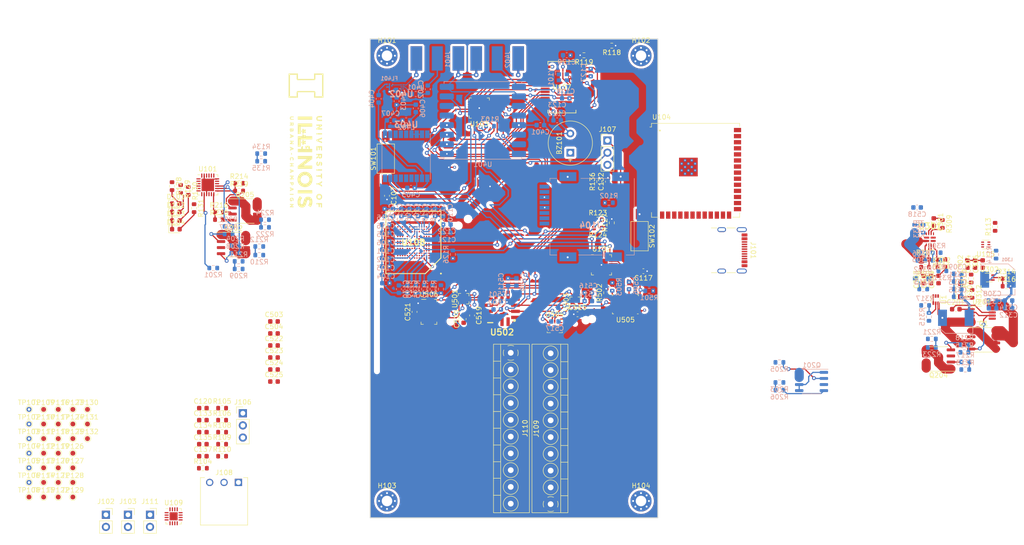
<source format=kicad_pcb>
(kicad_pcb (version 20221018) (generator pcbnew)
  (layers (0 "F.Cu" signal) (1 "In1.Cu" signal) (2 "In2.Cu" signal) (31 "B.Cu" signal) (34 "B.Paste" user) (35 "F.Paste" user) (36 "B.SilkS" user "B.Silkscreen") (37 "F.SilkS" user "F.Silkscreen") (38 "B.Mask" user) (39 "F.Mask" user) (44 "Edge.Cuts" user))
  (net 0 "")
  (net 1 "/BUZZER")
  (net 2 "GND")
  (net 3 "/RESET_SW")
  (net 4 "/BOOT_SW")
  (net 5 "/ADC_DECAP")
  (net 6 "+3V3")
  (net 7 "+5V")
  (net 8 "Net-(U107-OSC2)")
  (net 9 "Net-(U107-OSC1)")
  (net 10 "Net-(U108-VDDIM)")
  (net 11 "Net-(U201-VCAPH)")
  (net 12 "Net-(U201-VCAPL)")
  (net 13 "/Power/SYS_POWER")
  (net 14 "Net-(U301-SS)")
  (net 15 "Net-(U403-VBATT)")
  (net 16 "Net-(J401-In)")
  (net 17 "Net-(C402-Pad2)")
  (net 18 "Net-(FL401-OUT)")
  (net 19 "/RF/VCC_RF")
  (net 20 "Net-(U403-RF_IN)")
  (net 21 "Net-(U505-CAP)")
  (net 22 "Net-(U502-V1P8ANA)")
  (net 23 "Net-(U502-V1P8DIG)")
  (net 24 "Net-(D301-K)")
  (net 25 "Net-(U503-C1)")
  (net 26 "Net-(D101-A)")
  (net 27 "Net-(D102-A)")
  (net 28 "Net-(D103-A)")
  (net 29 "Net-(D104-A)")
  (net 30 "Net-(D302-K)")
  (net 31 "/USB_POWER")
  (net 32 "/SPI_SCK")
  (net 33 "/SPI_MOSI")
  (net 34 "Net-(FL401-IN)")
  (net 35 "Net-(J101-CC1)")
  (net 36 "Net-(U105-D+_in)")
  (net 37 "/MicroSD_CMD")
  (net 38 "/MicroSD_CLK")
  (net 39 "/MicroSD_DAT0")
  (net 40 "Net-(U105-D-_in)")
  (net 42 "Net-(J101-CC2)")
  (net 44 "/SPI_MISO")
  (net 45 "/AUX_GPIO_3")
  (net 49 "/AUX_GPIO_2")
  (net 50 "/AUX_GPIO_1")
  (net 51 "/AUX_ADC_1")
  (net 52 "/AUX_GPIO_0")
  (net 53 "/AUX_ADC_0")
  (net 54 "/LSM6DSL_CS")
  (net 55 "/ADXL355_CS")
  (net 56 "/BNO086_CS")
  (net 57 "/KX134_CS")
  (net 58 "/LIS3MDL_CS")
  (net 59 "/MS5611_CS")
  (net 60 "Net-(J402-In)")
  (net 61 "/V_PYRO")
  (net 62 "/PYRO_A")
  (net 63 "Net-(U402-AI)")
  (net 64 "Net-(Q201A-S1)")
  (net 65 "Net-(Q201A-G1)")
  (net 66 "Net-(Q201B-G2)")
  (net 67 "Net-(Q202A-S1)")
  (net 68 "Net-(Q202A-G1)")
  (net 69 "Net-(Q202B-G2)")
  (net 70 "Net-(Q1A-S1)")
  (net 71 "/PYRO_B")
  (net 72 "Net-(Q204A-S1)")
  (net 73 "Net-(Q204A-G1)")
  (net 74 "Net-(Q204B-G2)")
  (net 75 "Net-(Q205A-S1)")
  (net 76 "Net-(Q205A-G1)")
  (net 77 "Net-(Q205B-G2)")
  (net 78 "/EXP_RESET")
  (net 79 "Net-(J110-Pin_2)")
  (net 80 "/EXP_INT1")
  (net 81 "/EXP_INT2")
  (net 82 "/I2C_SCL")
  (net 83 "/I2C_SDA")
  (net 84 "/VBAT_PYRO")
  (net 85 "/PYRO_C")
  (net 86 "/CAN_CANL")
  (net 87 "/CAN_CANH")
  (net 88 "/LED_RED")
  (net 89 "/LED_ORANGE")
  (net 90 "/LED_GREEN")
  (net 91 "/LED_BLUE")
  (net 92 "/VBAT_SENSE")
  (net 93 "/5V_SENSE")
  (net 94 "/3V3_SENSE")
  (net 95 "/MEM_DAT3")
  (net 96 "/MEM_CLK")
  (net 97 "Net-(U108-CLK)")
  (net 98 "Net-(U108-DS)")
  (net 99 "/MEM_DS")
  (net 100 "/MEM_DAT0")
  (net 101 "/MEM_DAT1")
  (net 102 "/MEM_DAT2")
  (net 103 "/PYRO_D")
  (net 104 "Net-(U302-SW)")
  (net 105 "Net-(U1-SW)")
  (net 106 "/PYRO_EN")
  (net 107 "/EXP_INT0")
  (net 108 "Net-(U109-ADDR)")
  (net 109 "Net-(U301-OV1)")
  (net 110 "Net-(U301-PR1)")
  (net 111 "Net-(U301-CP2)")
  (net 112 "Net-(U301-ILM)")
  (net 113 "Net-(U301-OV2)")
  (net 114 "/BNO086_BOOT")
  (net 115 "/ARM_A")
  (net 116 "/ARM_C")
  (net 117 "/CAN_STBY")
  (net 118 "/CAN_NINT1")
  (net 119 "/CAN_NINT0")
  (net 120 "/FIRE_A")
  (net 121 "/FIRE_C")
  (net 122 "/SENSE_A")
  (net 123 "/SENSE_C")
  (net 124 "/ARM_B")
  (net 125 "/CAN_NCS")
  (net 126 "/ARM_D")
  (net 128 "/CAN_CLKO")
  (net 129 "/CAN_NINT")
  (net 131 "/FIRE_B")
  (net 132 "/FIRE_D")
  (net 133 "/SENSE_B")
  (net 139 "/SENSE_D")
  (net 143 "Net-(U107-TXCAN)")
  (net 144 "Net-(U107-RXCAN)")
  (net 212 "/MEM_RST_N")
  (net 228 "/MEM_CMD")
  (net 258 "Net-(U302-FB)")
  (net 259 "Net-(U1-FB)")
  (net 260 "Net-(U505-ENV_SDA)")
  (net 261 "Net-(U505-ENV_SCL)")
  (net 262 "/ADC_ALERT")
  (net 263 "/AUX_GPIO_4")
  (net 268 "/ADXL355_INT1")
  (net 269 "/ADXL355_INT2")
  (net 270 "/BNO086_WAKE")
  (net 271 "/BNO086_RESET")
  (net 272 "/KX134_INT1")
  (net 273 "/KX134_INT2")
  (net 274 "/LIS3MDL_INT")
  (net 275 "/LIS3MDL_DRDY")
  (net 276 "/LSM6DSLTR_INT1")
  (net 277 "/LSM6DSLTR_INT2")
  (net 289 "/USB_D-")
  (net 290 "/USB_D+")
  (net 291 "/RFM96W_RESET")
  (net 292 "/RFM96W_INT")
  (net 293 "/RFM96W_CS")
  (net 294 "/BNO086_INT")
  (net 302 "/RFM96W_DI05")
  (net 303 "/RFM96W_DI03")
  (net 304 "/RFM96W_DI04")
  (net 305 "/RFM96W_DI01")
  (net 306 "/RFM96W_DI02")
  (net 318 "Net-(Q1B-G2)")
  (net 319 "/LIV3F_RESET")
  (net 320 "/VBAT")
  (footprint "Connector_PinSocket_2.54mm:PinSocket_1x02_P2.54mm_Vertical" (layer "F.Cu") (at 49.853 149.37)
    (fp_text reference "J102")
    (fp_text value "Conn_01x02")
  )
  (footprint "MountingHole:MountingHole_2.2mm_M2_Pad_Via" (layer "F.Cu") (at 161.5 146.5)
    (fp_text reference "H104")
    (fp_text value "M2")
  )
  (footprint "Sensor_Motion_Analog:Analog_LGA_14-7.4x7.4mm" (layer "F.Cu") (at 132.5 106.25 180)
    (fp_text reference "U502")
    (fp_text value "ADXL355" hide)
  )
  (footprint "Capacitor_SMD:C_0603_1608Metric" (layer "F.Cu") (at 84.923 111.51)
    (fp_text reference "C504")
    (fp_text value "0.1uF")
  )
  (footprint "Resistor_SMD:R_0603_1608Metric" (layer "F.Cu") (at 224.185 97.64)
    (fp_text reference "R302")
    (fp_text value "5k")
  )
  (footprint "Capacitor_SMD:C_0603_1608Metric" (layer "F.Cu") (at 221.985 100.24 90)
    (fp_text reference "C305")
    (fp_text value "10uF")
  )
  (footprint "TestPoint:TestPoint_Pad_D1.0mm" (layer "F.Cu") (at 36.853 133.47)
    (fp_text reference "TP111")
    (fp_text value "TestPoint_Small")
  )
  (footprint "Resistor_SMD:R_0603_1608Metric" (layer "F.Cu") (at 77.645 80.1375)
    (fp_text reference "R214")
    (fp_text value "3.3k")
  )
  (footprint "Resistor_SMD:R_0603_1608Metric" (layer "F.Cu") (at 152.5 87.75)
    (fp_text reference "R123")
    (fp_text value "22")
  )
  (footprint "Resistor_SMD:R_0603_1608Metric" (layer "F.Cu") (at 155.4 51.4 180)
    (fp_text reference "R118")
    (fp_text value "470")
  )
  (footprint "TestPoint:TestPoint_Pad_D1.0mm" (layer "F.Cu") (at 39.903 139.57)
    (fp_text reference "TP120")
    (fp_text value "TestPoint_Small")
  )
  (footprint "TestPoint:TestPoint_Pad_D1.0mm" (layer "F.Cu") (at 46.003 130.42)
    (fp_text reference "TP131")
    (fp_text value "TestPoint_Small")
  )
  (footprint "MountingHole:MountingHole_2.2mm_M2_Pad_Via" (layer "F.Cu") (at 161.5 53.5)
    (fp_text reference "H102")
    (fp_text value "M2")
  )
  (footprint "Connector_USB:USB_C_Receptacle_GCT_USB4105-xx-A_16P_TopMnt_Horizontal" (layer "F.Cu") (at 179.416 94.144 -90)
    (fp_text reference "J101")
    (fp_text value "USB4105-GF-A")
  )
  (footprint "Package_SO:SO-8_3.9x4.9mm_P1.27mm" (layer "F.Cu") (at 76.445 92.9375)
    (fp_text reference "Q202")
    (fp_text value "DMNH6022SSDQ")
  )
  (footprint "TestPoint:TestPoint_Pad_D1.0mm" (layer "F.Cu") (at 39.903 145.67)
    (fp_text reference "TP122")
    (fp_text value "TestPoint_Small")
  )
  (footprint "Package_SO:VSSOP-8_3.0x3.0mm_P0.65mm" (layer "F.Cu") (at 232.585 107.44)
    (fp_text reference "U201")
    (fp_text value "LM74670-Q1")
  )
  (footprint "TestPoint:TestPoint_THTPad_D1.0mm_Drill0.5mm" (layer "F.Cu") (at 33.803 130.42)
    (fp_text reference "TP102")
    (fp_text value "TestPoint")
  )
  (footprint "Capacitor_SMD:C_0603_1608Metric" (layer "F.Cu") (at 84.923 109)
    (fp_text reference "C503")
    (fp_text value "0.1uF")
  )
  (footprint "Capacitor_SMD:C_0603_1608Metric" (layer "F.Cu") (at 84.923 116.53)
    (fp_text reference "C523")
    (fp_text value "0.1uF")
  )
  (footprint "Resistor_SMD:R_0603_1608Metric" (layer "F.Cu") (at 73.445 87.7375)
    (fp_text reference "R220")
    (fp_text value "1k")
  )
  (footprint "Resistor_SMD:R_0603_1608Metric" (layer "F.Cu") (at 230.385 100.04 90)
    (fp_text reference "R310")
    (fp_text value "20k")
  )
  (footprint "Package_LGA:LGA-28_5.2x3.8mm_P0.5mm" (layer "F.Cu") (at 158.25 105.4125 180)
    (fp_text reference "U505")
    (fp_text value "BNO086")
  )
  (footprint "LED_SMD:LED_0603_1608Metric" (layer "F.Cu") (at 64.445 87.9375)
    (fp_text reference "D103")
    (fp_text value "GREEN LED")
  )
  (footprint "TestPoint:TestPoint_Pad_D1.0mm" (layer "F.Cu") (at 33.803 145.67)
    (fp_text reference "TP108")
    (fp_text value "TestPoint_Small")
  )
  (footprint "Resistor_SMD:R_0603_1608Metric" (layer "F.Cu") (at 74.093 137.14)
    (fp_text reference "R110")
    (fp_text value "TBD")
  )
  (footprint "Resistor_SMD:R_0603_1608Metric" (layer "F.Cu") (at 70.083 139.65)
    (fp_text reference "R104")
    (fp_text value "10k")
  )
  (footprint "Capacitor_SMD:C_0603_1608Metric" (layer "F.Cu") (at 231.185 97.015 90)
    (fp_text reference "C304")
    (fp_text value "10uF")
  )
  (footprint "TestPoint:TestPoint_Pad_D1.0mm" (layer "F.Cu") (at 39.903 142.62)
    (fp_text reference "TP121")
    (fp_text value "TestPoint_Small")
  )
  (footprint "Resistor_SMD:R_0603_1608Metric" (layer "F.Cu") (at 237.785 100.04)
    (fp_text reference "R314")
    (fp_text value "30k")
  )
  (footprint "Resistor_SMD:R_0603_1608Metric" (layer "F.Cu") (at 155.4 88.4 90)
    (fp_text reference "R127")
    (fp_text value "50")
  )
  (footprint "Connector_PinHeader_2.54mm:PinHeader_1x03_P2.54mm_Vertical" (layer "F.Cu") (at 154.5 71.21)
    (fp_text reference "J107")
    (fp_text value "~")
  )
  (footprint "Connector_PinSocket_2.54mm:PinSocket_1x02_P2.54mm_Vertical" (layer "F.Cu") (at 54.453 149.37)
    (fp_text reference "J103")
    (fp_text value "Conn_01x02")
  )
  (footprint "TestPoint:TestPoint_Pad_D1.0mm" (layer "F.Cu") (at 39.903 130.42)
    (fp_text reference "TP117")
    (fp_text value "TestPoint_Small")
  )
  (footprint "Capacitor_SMD:C_0603_1608Metric" (layer "F.Cu") (at 70.083 137.14)
    (fp_text reference "C137")
    (fp_text value "1uF")
  )
  (footprint "TestPoint:TestPoint_Pad_D1.0mm" (layer "F.Cu") (at 42.953 136.52)
    (fp_text reference "TP126")
    (fp_text value "TestPoint_Small")
  )
  (footprint "Resistor_SMD:R_0603_1608Metric" (layer "F.Cu") (at 74.093 129.61)
    (fp_text reference "R106")
    (fp_text value "10k")
  )
  (footprint "Capacitor_SMD:C_0603_1608Metric" (layer "F.Cu") (at 124.5 108.5 90)
    (fp_text reference "C520")
    (fp_text value "0.1uF")
  )
  (footprint "LED_SMD:LED_0603_1608Metric" (layer "F.Cu") (at 64.445 89.7375)
    (fp_text reference "D104")
    (fp_text value "BLUE LED")
  )
  (footprint "MCU_ESP32:ESP32-S3-WROOM-1U" (layer "F.Cu") (at 172.787 76.749)
    (fp_text reference "U104")
    (fp_text value "ESP32-S3-WROOM-1U")
  )
  (footprint "Capacitor_SMD:C_0603_1608Metric" (layer "F.Cu") (at 70.083 127.1)
    (fp_text reference "C120")
    (fp_text value "1uF")
  )
  (footprint "TestPoint:TestPoint_THTPad_D1.0mm_Drill0.5mm" (layer "F.Cu") (at 33.803 127.37)
    (fp_text reference "TP101")
    (fp_text value "TestPoint")
  )
  (footprint "Button_Switch_SMD:SW_SPST_FSMSM" (layer "F.Cu") (at 108.25 75 90)
    (fp_text reference "SW101")
    (fp_text value "SW_Push")
  )
  (footprint "Resistor_SMD:R_0603_1608Metric" (layer "F.Cu") (at 235.385 89.24 90)
    (fp_text reference "R113")
    (fp_text value "10k")
  )
  (footprint "Capacitor_SMD:C_0603_1608Metric" (layer "F.Cu") (at 70.083 132.12)
    (fp_text reference "C134")
    (fp_text value "0.1uF")
  )
  (footprint "Capacitor_SMD:C_0603_1608Metric" (layer "F.Cu") (at 70.083 129.61)
    (fp_text reference "C133")
    (fp_text value "22uF")
  )
  (footprint "Package_DFN_QFN:WQFN-16-1EP_3x3mm_P0.5mm_EP1.68x1.68mm" (layer "F.Cu") (at 63.973 149.69)
    (fp_text reference "U109")
    (fp_text value "ADS7138-Q1")
  )
  (footprint "Package_DFN_QFN:WQFN-24-1EP_4x4mm_P0.5mm_EP2.6x2.6mm" (layer "F.Cu") (at 127.75 64.4375 180)
    (fp_text reference "U103")
    (fp_text value "TCAL9539-Q1")
  )
  (footprint "Capacitor_SMD:C_0603_1608Metric" (layer "F.Cu") (at 220.385 100.24 90)
    (fp_text reference "C303")
    (fp_text value "10uF")
  )
  (footprint "Resistor_SMD:R_0603_1608Metric" (layer "F.Cu") (at 63.645 80.7375 -90)
    (fp_text reference "R128")
    (fp_text value "470")
  )
  (footprint "TestPoint:TestPoint_Pad_D1.0mm" (layer "F.Cu") (at 42.953 145.67)
    (fp_text reference "TP129")
    (fp_text value "TestPoint_Small")
  )
  (footprint "TestPoint:TestPoint_Pad_D1.0mm" (layer "F.Cu") (at 42.953 142.62)
    (fp_text reference "TP128")
    (fp_text value "TestPoint_Small")
  )
  (footprint "Package_DFN_QFN:WQFN-24-1EP_4x4mm_P0.5mm_EP2.6x2.6mm" (layer "F.Cu") (at 71.1075 80.475)
    (fp_text reference "U101")
    (fp_text value "TCAL9539-Q1")
  )
  (footprint "MountingHole:MountingHole_2.2mm_M2_Pad_Via" (layer "F.Cu") (at 108.5 146.5)
    (fp_text reference "H103")
    (fp_text value "M2")
  )
  (footprint "Diode_SMD:D_SOD-123F" (layer "F.Cu") (at 228.185 102.44 -90)
    (fp_text reference "D301")
    (fp_text value "BZT52H-A5V1-QX")
  )
  (footprint "Resistor_SMD:R_0603_1608Metric" (layer "F.Cu") (at 152.5 89.5 180)
    (fp_text reference "R124")
    (fp_text value "22")
  )
  (footprint "TestPoint:TestPoint_THTPad_D1.0mm_Drill0.5mm" (layer "F.Cu") (at 33.803 139.57)
    (fp_text reference "TP105")
    (fp_text value "TestPoint")
  )
  (footprint "TestPoint:TestPoint_Pad_D1.0mm" (layer "F.Cu") (at 42.953 139.57)
    (fp_text reference "TP127")
    (fp_text value "TestPoint_Small")
  )
  (footprint "Capacitor_SMD:C_0603_1608Metric" (layer "F.Cu") (at 154.6 79.8 90)
    (fp_text reference "C132")
    (fp_text value "1uF")
  )
  (footprint "Button_Switch_SMD:SW_SPST_FSMSM" (layer "F.Cu") (at 161.2 91.19 -90)
    (fp_text reference "SW102")
    (fp_text value "SW_Push")
  )
  (footprint "Connector_PinHeader_2.54mm:PinHeader_1x03_P2.54mm_Vertical" (layer "F.Cu") (at 78.423 128.17)
    (fp_text reference "J106")
    (fp_text value "~")
  )
  (footprint "TestPoint:TestPoint_THTPad_D1.0mm_Drill0.5mm" (layer "F.Cu") (at 33.803 142.62)
    (fp_text reference "TP106")
    (fp_text value "TestPoint")
  )
  (footprint "Connector_PinSocket_2.54mm:PinSocket_1x02_P2.54mm_Vertical" (layer "F.Cu") (at 59.053 149.37)
    (fp_text reference "J111")
    (fp_text value "Conn_01x02")
  )
  (footprint "TestPoint:TestPoint_Pad_D1.0mm" (layer "F.Cu") (at 36.853 127.37)
    (fp_text reference "TP109")
    (fp_text value "TestPoint_Small")
  )
  (footprint "Capacitor_SMD:C_0603_1608Metric" (layer "F.Cu") (at 223.585 100.24 90)
    (fp_text reference "C307")
    (fp_text value "0.1uF")
  )
  (footprint "TestPoint:TestPoint_Pad_D1.0mm" (layer "F.Cu") (at 46.003 133.47)
    (fp_text reference "TP132")
    (fp_text value "TestPoint_Small")
  )
  (footprint "TestPoint:TestPoint_THTPad_D1.0mm_Drill0.5mm" (layer "F.Cu") (at 33.803 136.52)
    (fp_text reference "TP104")
    (fp_text value "TestPoint")
  )
  (footprint "Connector_Molex_Terminal-Block:Molex_Terminal-Block_393570010_1x10_P3.5mm" (layer "F.Cu") (at 142.646 147.151 90)
    (fp_text reference "J109")
    (fp_text value "Left")
  )
  (footprint "TestPoint:TestPoint_Pad_D1.0mm" (layer "F.Cu") (at 46.003 127.37)
    (fp_text reference "TP130")
    (fp_text value "TestPoint_Small")
  )
  (footprint "Resistor_SMD:R_0603_1608Metric" (layer "F.Cu") (at 237.785 101.64)
    (fp_text reference "R316")
    (fp_text value "135k")
  )
  (footprint "TestPoint:TestPoint_THTPad_D1.0mm_Drill0.5mm" (layer "F.Cu") (at 33.803 133.47)
    (fp_text reference "TP103")
    (fp_text value "TestPoint")
  )
  (footprint "Package_TO_SOT_SMD:SOT-563" (layer "F.Cu") (at 234.185 99.84)
    (fp_text reference "U302")
    (fp_text value "TI_TPS566242DRLR")
  )
  (footprint "Capacitor_SMD:C_0603_1608Metric" (layer "F.Cu") (at 162 98.5 180)
    (fp_text reference "C117")
    (fp_text value "0.1uF")
  )
  (footprint "Memes:UIUC" (layer "F.Cu") (at 91.6 71.2 -90)
    (fp_text reference "G***")
    (fp_text value "LOGO" hide)
  )
  (footprint "Resistor_SMD:R_0603_1608Metric" (layer "F.Cu") (at 74.093 132.12)
    (fp_text reference "R108")
    (fp_text value "10k")
  )
  (footprint "TestPoint:TestPoint_Pad_D1.0mm" (layer "F.Cu") (at 36.853 142.62)
    (fp_text reference "TP114")
    (fp_text value "TestPoint_Small")
  )
  (footprint "Package_LGA:LGA-12_2x2mm_P0.5mm" (layer "F.Cu") (at 124.5 104.25 90)
    (fp_text reference "U501")
    (fp_text value "KX134-1211")
  )
  (footprint "TestPoint:TestPoint_Pad_D1.0mm" (layer "F.Cu") (at 36.853 136.52)
    (fp_text reference "TP112")
    (fp_text value "TestPoint_Small")
  )
  (footprint "TestPoint:TestPoint_Pad_D1.0mm" (layer "F.Cu") (at 36.853 145.67)
    (fp_text reference "TP115")
    (fp_text value "TestPoint_Small")
  )
  (footprint "Resistor_SMD:R_0603_1608Metric" (layer "F.Cu") (at 152.8 79.8 90)
    (fp_text reference "R136")
    (fp_text value "10K")
  )
  (footprint "TestPoint:TestPoint_Pad_D1.0mm" (layer "F.Cu") (at 39.903 133.47)
    (fp_text reference "TP118")
    (fp_text value "TestPoint_Small")
  )
  (footprint "Capacitor_SMD:C_0603_1608Metric" (layer "F.Cu") (at 222.585 88.24 -90)
    (fp_text reference "C301")
    (fp_text value "1uF")
  )
  (footprint "TestPoint:TestPoint_Pad_D1.0mm" (layer "F.Cu") (at 42.953 130.42)
    (fp_text reference "TP124")
    (fp_text value "TestPoint_Small")
  )
  (footprint "TestPoint:TestPoint_Pad_D1.0mm" (layer "F.Cu") (at 42.953 133.47)
    (fp_text reference "TP125")
    (fp_text value "TestPoint_Small")
  )
  (footprint "Resistor_SMD:R_0603_1608Metric" (layer "F.Cu") (at 224.385 88.64 -90)
    (fp_text reference "R309")
    (fp_text value "18.7k")
  )
  (footprint "Resistor_SMD:R_0603_1608Metric" (layer "F.Cu") (at 68.245 85.3375 -90)
    (fp_text reference "R131")
    (fp_text value "470")
  )
  (footprint "Package_TO_SOT_SMD:SOT-563" (layer "F.Cu") (at 222.985 104.44 -90)
    (fp_text reference "U1")
    (fp_text value "TI_TPS566242DRLR")
  )
  (footprint "Capacitor_SMD:C_0603_1608Metric" (layer "F.Cu") (at 70.083 134.63)
    (fp_text reference "C135")
    (fp_text value "1uF")
  )
  (footprint "Resistor_SMD:R_0603_1608Metric" (layer "F.Cu") (at 220.785 97.64 180)
    (fp_text reference "R308")
    (fp_text value "5k")
  )
  (footprint "Package_SO:SO-8_3.9x4.9mm_P1.27mm" (layer "F.Cu") (at 78.845 85.9375)
    (fp_text reference "Q205")
    (fp_text value "DMNH6022SSDQ")
  )
  (footprint "Capacitor_SMD:C_0603_1608Metric" (layer "F.Cu") (at 148.25 107.5)
    (fp_text reference "C515")
    (fp_text value "100nF")
  )
  (footprint "Capacitor_SMD:C_0603_1608Metric" (layer "F.Cu") (at 108.5 82.75 -90)
    (fp_text reference "C107")
    (fp_text value "0.1uF")
  )
  (footprint "Package_SO:SO-8_3.9x4.9mm_P1.27mm" (layer "F.Cu") (at 232.985 112.84)
    (fp_text reference "Q1")
    (fp_text value "DMNH6022SSDQ")
  )
  (footprint "TestPoint:TestPoint_Pad_D1.0mm" (layer "F.Cu") (at 36.853 139.57)
    (fp_text reference "TP113")
    (fp_text value "TestPoint_Small")
  )
  (footprint "Package_LGA:LGA-8_3x5mm_P1.25mm" (layer "F.Cu") (at 117.25 107)
    (fp_text reference "U506")
    (fp_text value "MS5611-01BA03")
  )
  (footprint "Connector_Molex_Terminal-Block:Molex_Terminal-Block_393570010_1x10_P3.5mm" (layer "F.Cu") (at 134.319 115.553 -90)
    (fp_text reference "J110")
    (fp_text value "Right")
  )
  (footprint "Capacitor_SMD:C_0603_1608Metric" (layer "F.Cu") (at 84.923 119.04)
    (fp_text reference "C524")
    (fp_text value "1uF")
  )
  (footprint "Resistor_SMD:R_0603_1608Metric" (layer "F.Cu") (at 224.185 96.04 180)
    (fp_text reference "R301")
    (fp_text value "7.3k")
  )
  (footprint "Package_LGA:LGA-12_2x2mm_P0.5mm" (layer "F.Cu") (at 147.75 105 90)
    (fp_text reference "U503")
    (fp_text value "LIS3MDL")
  )
  (footprint "Buzzer:Buzzer_AT-0927-TT-6-R" (layer "F.Cu") (at 146.75 73.75 90)
    (fp_text reference "BZ101")
    (fp_text value "AT-0927-TT-6-R")
  )
  (footprint "Capacitor_SMD:C_0603_1608Metric" (layer "F.Cu") (at 126.25 107.75 -90)
    (fp_text reference "C519")
    (fp_text value "0.1uF")
  )
  (footprint "MountingHole:MountingHole_2.2mm_M2_Pad_Via" (layer "F.Cu") (at 108.5 53.5)
    (fp_text reference "H101")
    (fp_text value "M2")
  )
  (footprint "Connector_Molex_Micro-Fit-Plus:Molex_Micro-Fit-Plus_2157601003_1x03_P3.0mm" (layer "F.Cu") (at 74.5 146.565)
    (fp_text reference "J108")
    (fp_text value "2157601003")
  )
  (footprint "Capacitor_SMD:C_0603_1608Metric" (layer "F.Cu") (at 229.585 97.015 90)
    (fp_text reference "C302")
    (fp_text value "10uF")
  )
  (footprint "Resistor_SMD:R_0603_1608Metric" (layer "F.Cu") (at 230.585 103.24 -90)
    (fp_text reference "R312")
    (fp_text value "30k")
  )
  (footprint "Resistor_SMD:R_0603_1608Metric" (layer "F.Cu") (at 77.645 81.7375)
    (fp_text reference "R219")
    (fp_text value "1k")
  )
  (footprint "Package_DFN_QFN:ST_UQFN-6L_1.5x1.7mm_P0.5mm" (layer "F.Cu") (at 233.435 92.94 180)
    (fp_text reference "U105")
    (fp_text value "ECMF02-2AMX6")
  )
  (footprint "LED_SMD:LED_0603_1608Metric" (layer "F.Cu") (at 64.445 84.385)
    (fp_text reference "D101")
    (fp_text value "RED LED")
  )
  (footprint "Capacitor_SMD:C_0603_1608Metric" (layer "F.Cu") (at 114.25 107 90)
    (fp_text reference "C521")
    (fp_text value "0.1uF")
  )
  (footprint "Package_LGA:Bosch_LGA-14_3x2.5mm_P0.5mm" (layer "F.Cu") (at 143.5 110)
    (fp_text reference "U504")
    (fp_text value "LSM6DSLTR")
  )
  (footprint "Package_SO:SO-8_3.9x4.9mm_P1.27mm" (layer "F.Cu") (at 223.585 116.84 180)
    (fp_text reference "Q204")
    (fp_text value "DMNH6022SSDQ")
  )
  (footprint "Capacitor_SMD:C_0603_1608Metric" (layer "F.Cu") (at 84.923 121.55)
    (fp_text reference "C525")
    (fp_text value "0.1uF")
  )
  (footprint "Resistor_SMD:R_0603_1608Metric" (layer "F.Cu") (at 73.445 86.1375)
    (fp_text reference "R216")
    (fp_text value "3.3k")
  )
  (footprint "Resistor_SMD:R_0603_1608Metric" (layer "F.Cu") (at 65.445 81.3375 -90)
    (fp_text reference "R129")
    (fp_text value "470")
  )
  (footprint "TestPoint:TestPoint_Pad_D1.0mm" (layer "F.Cu") (at 39.903 127.37)
    (fp_text reference "TP116")
    (fp_text value "TestPoint_Small")
  )
  (footprint "Package_VQFN:VQFN-HR-RUX0012A" (layer "F.Cu") (at 221.785 91.84)
    (fp_text reference "U301")
    (fp_text value "TPS2121" hide)
  )
  (footprint "Package_TFBGA:TFBGA-153_11.5x13mm" (layer "F.Cu") (at 114 92.5 180)
    (fp_text reference "U108")
    (fp_text value "MTFCxxxx" hide)
  )
  (footprint "TestPoint:TestPoint_Pad_D1.0mm" (layer "F.Cu") (at 42.953 127.37)
    (fp_text reference "TP123")
    (fp_text value "TestPoint_Small")
  )
  (footprint "Resistor_SMD:R_0603_1608Metric" (layer "F.Cu") (at 149.6 53.4 180)
    (fp_text reference "R119")
    (fp_text value "470")
  )
  (footprint "Resistor_SMD:R_0603_1608Metric" (layer "F.Cu") (at 74.093 127.1)
    (fp_text reference "R105")
    (fp_text value "10k")
  )
  (footprint "Resistor_SMD:R_0603_1608Metric" (layer "F.Cu") (at 220.785 96.04)
    (fp_text reference "R307")
    (fp_text value "65k")
  )
  (footprint "Capacitor_SMD:C_0603_1608Metric" (layer "F.Cu") (at 232.785 97.015 90)
    (fp_text reference "C306")
    (fp_text value "0.1uF")
  )
  (footprint "Package_DFN_QFN:WQFN-24-1EP_4x4mm_P0.5mm_EP2.6x2.6mm" (layer "F.Cu") (at 153.25 97.1875)
    (fp_text reference "U102")
    (fp_text value "TCAL9539-Q1")
  )
  (footprint "Capacitor_SMD:C_0603_1608Metric" (layer "F.Cu") (at 227.185 106.44)
    (fp_text reference "C201")
    (fp_text value "1uF")
  )
  (footprint "LED_SMD:LED_0603_1608Metric" (layer "F.Cu") (at 64.445 86.1375)
    (fp_text reference "D102")
    (fp_text value "ORANGE LED")
  )
  (footprint "Capacitor_SMD:C_0603_1608Metric" (layer "F.Cu") (at 84.923 114.02)
    (fp_text reference "C522")
    (fp_text value "1uF")
  )
  (footprint "Resistor_SMD:R_0603_1608Metric" (layer "F.Cu") (at 74.093 134.63)
    (fp_text reference "R109")
    (fp_text value "100k")
  )
  (footprint "Resistor_SMD:R_0603_1608Metric" (layer "F.Cu") (at 67.045 81.7375 -90)
    (fp_text reference "R130")
    (fp_text value "470")
  )
  (footprint "Package_SSOP:SSOP-28" (layer "F.Cu") (at 145.000001 60.074999)
    (fp_text reference "U107")
    (fp_text value "MCP251863")
  )
  (footprint "TestPoint:TestPoint_Pad_D1.0mm" (layer "F.Cu") (at 36.853 130.42)
    (fp_text reference "TP110")
    (fp_text value "TestPoint_Small")
  )
  (footprint "Resistor_SMD:R_0603_1608Metric" (layer "F.Cu") (at 154.25 103 90)
    (fp_text reference "R502")
    (fp_text value "2.2k")
  )
  (footprint "TestPoint:TestPoint_Pad_D1.0mm" (layer "F.Cu") (at 39.903 136.52)
    (fp_text reference "TP119")
    (fp_text value "TestPoint_Small")
  )
  (footprint "Capacitor_SMD:C_0603_1608Metric" (layer "B.Cu") (at 234.86 106.24 180)
    (fp_text reference "C310")
    (fp_text value "22uF")
  )
  (footprint "Capacitor_SMD:C_0603_1608Metric" (layer "B.Cu") (at 135.5 100.75 90)
    (fp_text reference "C509")
    (fp_text value "0.1uF")
  )
  (footprint "Capacitor_SMD:C_0603_1608Metric" (layer "B.Cu") (at 151 57.025 -90)
    (fp_text reference "C127")
    (fp_text value "0.1uF")
  )
  (footprint "Resistor_SMD:R_0603_1608Metric" (layer "B.Cu") (at 163.2 102.6)
    (fp_text reference "R501")
    (fp_text value "10k")
  )
  (footprint "Capacitor_SMD:C_0603_1608Metric" (layer "B.Cu") (at 133.75 100.75 -90)
    (fp_text reference "C511")
    (fp_text value "1uF")
  )
  (footprint "Connector_Yamaichi:PJS008-4100-0-VE" (layer "B.Cu") (at 149.94 87.125)
    (fp_text reference "J104")
    (fp_text value "PJS008-4100-0-VE" hide)
  )
  (footprint "Capacitor_SMD:C_0603_1608Metric" (layer "B.Cu") (at 120.25 86.25 90)
    (fp_text reference "C110")
    (fp_text value "2.2uF")
  )
  (footprint "Capacitor_SMD:C_0603_1608Metric" (layer "B.Cu") (at 115 86.25 90)
    (fp_text reference "C119")
    (fp_text value "0.1uF")
  )
  (footprint "Resistor_SMD:R_0603_1608Metric" (layer "B.Cu") (at 154.8 84.2 180)
    (fp_text reference "R102")
    (fp_text value "10k")
  )
  (footprint "Capacitor_SMD:C_0603_1608Metric" (layer "B.Cu") (at 159 101.5 90)
    (fp_text reference "C505")
    (fp_text value "0.1uF")
  )
  (footprint "Resistor_SMD:R_0603_1608Metric" (layer "B.Cu") (at 190.385 117.54)
    (fp_text reference "R205")
    (fp_text value "1k")
  )
  (footprint "Resistor_SMD:R_0603_1608Metric" (layer "B.Cu") (at 82.245 75.5375)
    (fp_text reference "R135")
    (fp_text value "100k")
  )
  (footprint "Resistor_SMD:R_0603_1608Metric" (layer "B.Cu") (at 114.5 102.25 -90)
    (fp_text reference "R120")
    (fp_text value "50k")
  )
  (footprint "Capacitor_SMD:C_0603_1608Metric" (layer "B.Cu") (at 108.25 92.25 180)
    (fp_text reference "C105")
    (fp_text value "2.2uF")
  )
  (footprint "Resistor_SMD:R_0603_1608Metric" (layer "B.Cu") (at 190.385 123.34)
    (fp_text reference "R206")
    (fp_text value "1k")
  )
  (footprint "Resistor_SMD:R_0603_1608Metric" (layer "B.Cu") (at 76.845 93.1375 180)
    (fp_text reference "R204")
    (fp_text value "3.3k")
  )
  (footprint "Resistor_SMD:R_0603_1608Metric" (layer "B.Cu") (at 228.985 115.44 180)
    (fp_text reference "R215")
    (fp_text value "3.3k")
  )
  (footprint "Capacitor_SMD:C_0603_1608Metric" (layer "B.Cu") (at 121 88.75)
    (fp_text reference "C122")
    (fp_text value "0.1uF")
  )
  (footprint "Capacitor_SMD:C_0603_1608Metric" (layer "B.Cu") (at 111.5 86.25 90)
    (fp_text reference "C108")
    (fp_text value "2.2uF")
  )
  (footprint "Capacitor_SMD:C_0603_1608Metric" (layer "B.Cu") (at 227.585 99.04 180)
    (fp_text reference "C309")
    (fp_text value "22uF")
  )
  (footprint "Resistor_SMD:R_0603_1608Metric" (layer "B.Cu") (at 219.985 96.24 180)
    (fp_text reference "R306")
    (fp_text value "5k")
  )
  (footprint "Capacitor_SMD:C_0603_1608Metric" (layer "B.Cu") (at 144 65.2 180)
    (fp_text reference "C123")
    (fp_text value "0.1uF")
  )
  (footprint "Resistor_SMD:R_0603_1608Metric" (layer "B.Cu") (at 122.25 95 -90)
    (fp_text reference "R126")
    (fp_text value "50k")
  )
  (footprint "Resistor_SMD:R_0603_1608Metric" (layer "B.Cu") (at 72.245 97.8375)
    (fp_text reference "R201")
    (fp_text value "3.3k")
  )
  (footprint "Resistor_SMD:R_0603_1608Metric" (layer "B.Cu") (at 221.585 108.04 -90)
    (fp_text reference "R315")
    (fp_text value "30k")
  )
  (footprint "Resistor_SMD:R_0603_1608Metric" (layer "B.Cu") (at 75.445 89.1375 180)
    (fp_text reference "R202")
    (fp_text value "3.3k")
  )
  (footprint "Capacitor_SMD:C_0603_1608Metric" (layer "B.Cu") (at 109.75 86.25 90)
    (fp_text reference "C112")
    (fp_text value "2.2uF")
  )
  (footprint "Resistor_SMD:R_0603_1608Metric" (layer "B.Cu") (at 81.845 93.3375 180)
    (fp_text reference "R212")
    (fp_text value "27k")
  )
  (footprint "Capacitor_SMD:C_0603_1608Metric" (layer "B.Cu") (at 131.5 106.5 180)
    (fp_text reference "C502")
    (fp_text value "0.1uF")
  )
  (footprint "Capacitor_SMD:C_0603_1608Metric" (layer "B.Cu") (at 110.5 63 90)
    (fp_text reference "C403")
    (fp_text value "1nF")
  )
  (footprint "Capacitor_SMD:C_0603_1608Metric" (layer "B.Cu") (at 108.225 90.5 180)
    (fp_text reference "C116")
    (fp_text value "0.1uF")
  )
  (footprint "Crystal:Crystal_SMD_Abracon_ABM10-4Pin_2.5x2.0mm" (layer "B.Cu") (at 145.2 58 -90)
    (fp_text reference "Y101")
    (fp_text value "40MHz")
  )
  (footprint "Capacitor_SMD:C_0603_1608Metric" (layer "B.Cu") (at 227.585 100.64 180)
    (fp_text reference "C311")
    (fp_text value "22uF")
  )
  (footprint "Capacitor_SMD:C_0603_1608Metric" (layer "B.Cu") (at 108.225 95.75 180)
    (fp_text reference "C101")
    (fp_text value "2.2uF")
  )
  (footprint "Capacitor_SMD:C_0603_1608Metric" (layer "B.Cu") (at 113.5 81.1)
    (fp_text reference "C405")
    (fp_text value "56pF")
  )
  (footprint "Inductor_TDK:L_TDK_SPM6530" (layer "B.Cu") (at 227.185 108.24 180)
    (fp_text reference "L302")
    (fp_text value "2.2uH")
  )
  (footprint "RF_Filter_Qualcomm:SMD-5" (layer "B.Cu") (at 109 59.75 180)
    (fp_text reference "FL401")
    (fp_text value "B4327")
  )
  (footprint "Capacitor_SMD:C_0603_1608Metric" (layer "B.Cu") (at 144 67 180)
    (fp_text reference "C125")
    (fp_text value "0.1uF")
  )
  (footprint "Capacitor_SMD:C_0603_1608Metric" (layer "B.Cu") (at 150.5 104.74 180)
    (fp_text reference "C514")
    (fp_text value "1uF")
  )
  (footprint "Resistor_SMD:R_0603_1608Metric" (layer "B.Cu") (at 220.385 89.64 -90)
    (fp_text reference "R133")
    (fp_text value "100k")
  )
  (footprint "Resistor_SMD:R_0603_1608Metric" (layer "B.Cu") (at 235.585 95.04 -90)
    (fp_text reference "R114")
    (fp_text value "10k")
  )
  (footprint "Resistor_SMD:R_0603_1608Metric" (layer "B.Cu") (at 222.185 114.44)
    (fp_text reference "R223")
    (fp_text value "27k")
  )
  (footprint "Capacitor_SMD:C_0603_1608Metric" (layer "B.Cu") (at 131.5 104.75 180)
    (fp_text reference "C501")
    (fp_text value "1uF")
  )
  (footprint "Resistor_SMD:R_0603_1608Metric" (layer "B.Cu") (at 223.185 96.24)
    (fp_text reference "R304")
    (fp_text value "5k")
  )
  (footprint "Capacitor_SMD:C_0603_1608Metric" (layer "B.Cu") (at 108.225 97.5 180)
    (fp_text reference "C102")
    (fp_text value "0.1uF")
  )
  (footprint "Resistor_SMD:R_0603_1608Metric" (layer "B.Cu") (at 219.985 94.64)
    (fp_text reference "R305")
    (fp_text value "44k")
  )
  (footprint "Resistor_SMD:R_0603_1608Metric" (layer "B.Cu") (at 229.16 119.04 180)
    (fp_text reference "R213")
    (fp_text value "3.3k")
  )
  (footprint "Inductor_SMD:L_0603_1608Metric" (layer "B.Cu") (at 112.5 67)
    (fp_text reference "L402")
    (fp_text value "27nH")
  )
  (footprint "Resistor_SMD:R_0603_1608Metric" (layer "B.Cu") (at 229.185 117.44 180)
    (fp_text reference "R217")
    (fp_text value "1k")
  )
  (footprint "Connector_Coax:SMA_Molex_732511153_EdgeMount_Horizontal" (layer "B.Cu") (at 119 55.79 -90)
    (fp_text reference "J401")
    (fp_text value "SMA")
  )
  (footprint "Inductor_SMD:L_0603_1608Metric" (layer "B.Cu") (at 114.5 61.5 180)
    (fp_text reference "L401")
    (fp_text value "5.6nH")
  )
  (footprint "Capacitor_SMD:C_0603_1608Metric" (layer "B.Cu") (at 227.585 102.24 180)
    (fp_text reference "C313")
    (fp_text value "22uF")
  )
  (footprint "Capacitor_SMD:C_0603_1608Metric" (layer "B.Cu") (at 143.525 109)
    (fp_text reference "C517")
    (fp_text value "0.1uF")
  )
  (footprint "Capacitor_SMD:C_0603_1608Metric" (layer "B.Cu") (at 108 86.25 90)
    (fp_text reference "C113")
    (fp_text value "0.1uF")
  )
  (footprint "Capacitor_SMD:C_0603_1608Metric" (layer "B.Cu") (at 238.185 106.24)
    (fp_text reference "C312")
    (fp_text value "22uF")
  )
  (footprint "Capacitor_SMD:C_0603_1608Metric" (layer "B.Cu") (at 108.25 94 180)
    (fp_text reference "C106")
    (fp_text value "0.1uF")
  )
  (footprint "Resistor_SMD:R_0603_1608Metric" (layer "B.Cu") (at 83.045 89.3375)
    (fp_text reference "R222")
    (fp_text value "100k")
  )
  (footprint "Capacitor_SMD:C_0603_1608Metric" (layer "B.Cu") (at 106.75 62.5 -90)
    (fp_text reference "C404")
    (fp_text value "120pF")
  )
  (footprint "Inductor_TDK:L_TDK_SPM6530" (layer "B.Cu") (at 235.985 100.24 180)
    (fp_text reference "L301")
    (fp_text value "2.2uH")
  )
  (footprint "Capacitor_SMD:C_0603_1608Metric" (layer "B.Cu") (at 117 60.5 -90)
    (fp_text reference "C402")
    (fp_text value "140pF")
  )
  (footprint "Capacitor_SMD:C_0603_1608Metric" (layer "B.Cu") (at 112.75 102.25 90)
    (fp_text reference "C131")
    (fp_text value "0.1uF")
  )
  (footprint "Resistor_SMD:R_0603_1608Metric" (layer "B.Cu") (at 190.385 121.74)
    (fp_text reference "R203")
    (fp_text value "3.3k")
  )
  (footprint "Package_SO:SO-8_3.9x4.9mm_P1.27mm" (layer "B.Cu") (at 197.085 121.54 180)
    (fp_text reference "Q201")
    (fp_text value "DMNH6022SSDQ")
  )
  (footprint "Resistor_SMD:R_0603_1608Metric" (layer "B.Cu") (at 130 68.2 180)
    (fp_text reference "R103")
    (fp_text value "10k")
  )
  (footprint "Resistor_SMD:R_0603_1608Metric" (layer "B.Cu") (at 220.385 102.24 180)
    (fp_text reference "R313")
    (fp_text value "30k")
  )
  (footprint "Capacitor_SMD:C_0603_1608Metric" (layer "B.Cu") (at 150.5 103 180)
    (fp_text reference "C516")
    (fp_text value "100nF")
  )
  (footprint "RF_GPS_ST:Teseo-LIV3R" (layer "B.Cu") (at 112.5 74.5 180)
    (fp_text reference "U403")
    (fp_text value "Teseo-LIV3R" hide)
  )
  (footprint "Capacitor_SMD:C_0603_1608Metric" (layer "B.Cu") (at 146 53.4)
    (fp_text reference "C129")
    (fp_text value "18pF")
  )
  (footprint "Capacitor_SMD:C_0603_1608Metric" (layer "B.Cu") (at 145.8 62.4 180)
    (fp_text reference "C128")
    (fp_text value "18pF")
  )
  (footprint "Capacitor_SMD:C_0603_1608Metric" (layer "B.Cu") (at 110.99 102.25 90)
    (fp_text reference "C130")
    (fp_text value "1uF")
  )
  (footprint "Resistor_SMD:R_0603_1608Metric" (layer "B.Cu") (at 118 102.25 -90)
    (fp_text reference "R122")
    (fp_text value "50k")
  )
  (footprint "Resistor_SMD:R_0603_1608Metric" (layer "B.Cu") (at 218.585 89.64 90)
    (fp_text reference "R132")
    (fp_text value "200k")
  )
  (footprint "Capacitor_SMD:C_0603_1608Metric" (layer "B.Cu") (at 118.54 86.25 90)
    (fp_text reference "C111")
    (fp_text value "0.1uF")
  )
  (footprint "Resistor_SMD:R_0603_1608Metric" (layer "B.Cu") (at 155.5 101.75 90)
    (fp_text reference "R503")
    (fp_text value "2.2k")
  )
  (footprint "Resistor_SMD:R_0603_1608Metric" (layer "B.Cu") (at 229.01 113.84 180)
    (fp_text reference "R218")
    (fp_text value "1k")
  )
  (footprint "Resistor_SMD:R_0603_1608Metric" (layer "B.Cu") (at 75.445 90.7375 180)
    (fp_text reference "R207")
    (fp_text value "1k")
  )
  (footprint "Resistor_SMD:R_0603_1608Metric" (layer "B.Cu") (at 82.245 73.9375 180)
    (fp_text reference "R134")
    (fp_text value "100k")
  )
  (footprint "Capacitor_SMD:C_0603_1608Metric" (layer "B.Cu") (at 114.5 64.5 90)
    (fp_text reference "C406")
    (fp_text value "56pF")
  )
  (footprint "Capacitor_SMD:C_0603_1608Metric" (layer "B.Cu") (at 108.225 88.75 180)
    (fp_text reference "C115")
    (fp_text value "2.2uF")
  )
  (footprint "Resistor_SMD:R_0603_1608Metric" (layer "B.Cu") (at 222.185 112.64 180)
    (fp_text reference "R221")
    (fp_text value "100k")
  )
  (footprint "Resistor_SMD:R_0603_1608Metric" (layer "B.Cu") (at 81.845 95.1375)
    (fp_text reference "R210")
    (fp_text value "100k")
  )
  (footprint "Resistor_SMD:R_0603_1608Metric" (layer "B.Cu") (at 224.385 98.44)
    (fp_text reference "R311")
    (fp_text value "20k")
  )
  (footprint "RF_Module:HOPERF_RFM9XW_SMD" (layer "B.Cu") (at 128.5 67)
    (fp_text reference "U401")
    (fp_text value "RFM96W-433S2")
  )
  (footprint "Resistor_SMD:R_0603_1608Metric" (layer "B.Cu") (at 77.545 96.4375 180)
    (fp_text reference "R211")
    (fp_text value "27k")
  )
  (footprint "Resistor_SMD:R_0603_1608Metric" (layer "B.Cu") (at 76.845 94.7375 180)
    (fp_text reference "R208")
    (fp_text value "1k")
  )
  (footprint "Capacitor_SMD:C_0603_1608Metric" (layer "B.Cu") (at 109.25 67 180)
    (fp_text reference "C407")
    (fp_text value "56pF")
  )
  (footprint "Capacitor_SMD:C_0603_1608Metric" (layer "B.Cu") (at 121 90.5)
    (fp_text reference "C121")
    (fp_text value "2.2uF")
  )
  (footprint "Capacitor_SMD:C_0603_1608Metric" (layer "B.Cu") (at 227.585 103.84 180)
    (fp_text reference "C315")
    (fp_text value "22uF")
  )
  (footprint "RF_Amplifier_Infineon:TSNP-6-2" (layer "B.Cu") (at 111.5 60)
    (fp_text reference "U402")
    (fp_text value "BGA725L6" hide)
  )
  (footprint "Capacitor_SMD:C_0603_1608Metric" (layer "B.Cu") (at 108.25 99.25 180)
    (fp_text reference "C103")
    (fp_text value "2.2uF")
  )
  (footprint "Diode_SMD:D_SOD-123F" (layer "B.Cu") (at 220.185 100.04 180)
    (fp_text reference "D302")
    (fp_text value "BZT52H-A5V1-QX")
  )
  (footprint "Resistor_SMD:R_0603_1608Metric" (layer "B.Cu") (at 223.185 94.64 180)
    (fp_text reference "R303")
    (fp_text value "23.3k")
  )
  (footprint "Capacitor_SMD:C_0603_1608Metric" (layer "B.Cu") (at 108.275 101 180)
    (fp_text reference "C104")
    (fp_text value "0.1uF")
  )
  (footprint "Resistor_SMD:R_0603_1608Metric" (layer "B.Cu") (at 83.045 87.7475 180)
    (fp_text reference "R224")
    (fp_text value "27k")
  )
  (footprint "Capacitor_SMD:C_0603_1608Metric" (layer "B.Cu") (at 116.75 86.25 90)
    (fp_text reference "C118")
    (fp_text value "2.2uF")
  )
  (footprint "Resistor_SMD:R_0603_1608Metric" (layer "B.Cu") (at 77.545 98.0375)
    (fp_text reference "R209")
    (fp_text value "100k")
  )
  (footprint "Resistor_SMD:R_0603_1608Metric" (layer "B.Cu") (at 220.785 105.64 180)
    (fp_text reference "R317")
    (fp_text value "220k")
  )
  (footprint "Resistor_SMD:R_0603_1608Metric" (layer "B.Cu") (at 119.75 102.25 -90)
    (fp_text reference "R121")
    (fp_text value "50k")
  )
  (footprint "Capacitor_SMD:C_0603_1608Metric" (layer "B.Cu") (at 234.81 104.64 180)
    (fp_text reference "C308")
    (fp_text value "22uF")
  )
  (footprint "Capacitor_SMD:C_0603_1608Metric" (layer "B.Cu") (at 238.185 104.64)
    (fp_text reference "C314")
    (fp_text value "22uF")
  )
  (footprint "Capacitor_SMD:C_0603_1608Metric" (layer "B.Cu") (at 219.11 85.19)
    (fp_text reference "C518")
    (fp_text value "0.1uF")
  )
  (footprint "Connector_Coax:SMA_Molex_732511153_EdgeMount_Horizontal" (layer "B.Cu") (at 131.5 55.79 -90)
    (fp_text reference "J402")
    (fp_text value "SMA")
  )
  (footprint "Capacitor_SMD:C_0603_1608Metric" (layer "B.Cu") (at 113.25 86.25 90)
    (fp_text reference "C109")
    (fp_text value "0.1uF")
  )
  (footprint "Capacitor_SMD:C_0603_1608Metric" (layer "B.Cu") (at 140.5 68)
    (fp_text reference "C401")
    (fp_text value "10uF")
  )
  (footprint "Resistor_SMD:R_0603_1608Metric" (layer "B.Cu") (at 116.25 102.25 -90)
    (fp_text reference "R125")
    (fp_text value "50k")
  )
  (gr_rect (start 105 50) (end 165 150) (stroke (width 0.2)) (fill none) (layer "Edge.Cuts"))
  (segment (start 114.275 93.75) (end 114.2975 93.7275) (width 0.2) (layer "F.Cu") (net 2))
  (segment (start 146.6 59.027096) (end 146.6 58) (width 0.25) (layer "F.Cu") (net 2))
  (segment (start 231.185 96.24) (end 232.785 96.24) (width 0.25) (layer "F.Cu") (net 2))
  (segment (start 228.185 103.84) (end 230.36 103.84) (width 0.25) (layer "F.Cu") (net 2))
  (segment (start 224.035 87.465) (end 224.385 87.815) (width 0.25) (layer "F.Cu") (net 2))
  (segment (start 146.9875 105.25) (end 147.4875 105.25) (width 0.25) (layer "F.Cu") (net 2))
  (segment (start 125.25 105.0125) (end 125.25 105.175) (width 0.2) (layer "F.Cu") (net 2))
  (segment (start 128 62.5) (end 128 64.1875) (width 0.25) (layer "F.Cu") (net 2))
  (segment (start 63.6575 86.1375) (end 63.6575 87.9375) (width 0.2) (layer "F.Cu") (net 2))
  (segment (start 115.25 92.75) (end 114.1 92.75) (width 0.2) (layer "F.Cu") (net 2))
  (segment (start 225.01 98.04) (end 223.585 99.465) (width 0.25) (layer "F.Cu") (net 2))
  (segment (start 124.75 102.75) (end 124.925 102.575) (width 0.25) (layer "F.Cu") (net 2))
  (segment (start 114.1 92.75) (end 113.95 92.75) (width 0.2) (layer "F.Cu") (net 2))
  (segment (start 131.485 105.615) (end 132.5 104.6) (width 0.25) (layer "F.Cu") (net 2))
  (segment (start 147.5 105.7625) (end 148 105.7625) (width 0.25) (layer "F.Cu") (net 2))
  (segment (start 147.049998 58.449998) (end 146.6 58) (width 0.25) (layer "F.Cu") (net 2))
  (segment (start 114.2975 93.7275) (end 114.2975 93.0975) (width 0.2) (layer "F.Cu") (net 2))
  (segment (start 63.645 84.3375) (end 63.645 86.125) (width 0.2) (layer "F.Cu") (net 2))
  (segment (start 74.245 86.1375) (end 75.835 86.1375) (width 0.2) (layer "F.Cu") (net 2))
  (segment (start 115.034333 91.75) (end 114.1 92.684333) (width 0.2) (layer "F.Cu") (net 2))
  (segment (start 125.25 105.175) (end 125.775 105.7) (width 0.2) (layer "F.Cu") (net 2))
  (segment (start 158.5 107.075) (end 158.5 106.4605) (width 0.25) (layer "F.Cu") (net 2))
  (segment (start 147.4875 105.25) (end 148 105.7625) (width 0.25) (layer "F.Cu") (net 2))
  (segment (start 229.585 96.24) (end 231.185 96.24) (width 0.25) (layer "F.Cu") (net 2))
  (segment (start 70.8575 82.4125) (end 70.8575 80.725) (width 0.25) (layer "F.Cu") (net 2))
  (segment (start 219.96 99.04) (end 220.385 99.465) (width 0.25) (layer "F.Cu") (net 2))
  (segment (start 112.889932 92.25) (end 112.75 92.25) (width 0.2) (layer "F.Cu") (net 2))
  (segment (start 220.385 99.465) (end 221.985 99.465) (width 0.25) (layer "F.Cu") (net 2))
  (segment (start 124.75 103.4875) (end 124.75 102.75) (width 0.25) (layer "F.Cu") (net 2))
  (segment (start 222.485 103.69) (end 222.485 105.19) (width 0.25) (layer "F.Cu") (net 2))
  (segment (start 148.500002 59.749998) (end 147.322902 59.749998) (width 0.25) (layer "F.Cu") (net 2))
  (segment (start 221.985 99.465) (end 223.585 99.465) (width 0.25) (layer "F.Cu") (net 2))
  (segment (start 219.96 97.64) (end 219.96 99.04) (width 0.25) (layer "F.Cu") (net 2))
  (segment (start 158.5 106.4605) (end 158.798 106.1625) (width 0.25) (layer "F.Cu") (net 2))
  (segment (start 113.95 92.75) (end 113.389932 92.75) (width 0.2) (layer "F.Cu") (net 2))
  (segment (start 113.389932 92.75) (end 112.889932 92.25) (width 0.2) (layer "F.Cu") (net 2))
  (segment (start 220.61 90.69) (end 220.36 90.44) (width 0.2) (layer "F.Cu") (net 2))
  (segment (start 233.435 100.34) (end 234.935 100.34) (width 0.25) (layer "F.Cu") (net 2))
  (segment (start 129.7 105.615) (end 131.485 105.615) (width 0.25) (layer "F.Cu") (net 2))
  (segment (start 75.835 86.1375) (end 76.27 86.5725) (width 0.2) (layer "F.Cu") (net 2))
  (segment (start 70.3575 78.5375) (end 70.3575 79.725) (width 0.25) (layer "F.Cu") (net 2))
  (segment (start 116.175 107.625) (end 116.175 106.375) (width 0.25) (layer "F.Cu") (net 2))
  (segment (start 124.25 103.4875) (end 124.75 103.4875) (width 0.25) (layer "F.Cu") (net 2))
  (segment (start 158.798 106.1625) (end 160.6375 106.1625) (width 0.25) (layer "F.Cu") (net 2))
  (segment (start 72.995 79.275) (end 72.3075 79.275) (width 0.2) (layer "F.Cu") (net 2))
  (segment (start 148.500002 58.449998) (end 147.049998 58.449998) (width 0.25) (layer "F.Cu") (net 2))
  (segment (start 147.322902 59.749998) (end 146.6 59.027096) (width 0.25) (layer "F.Cu") (net 2))
  (segment (start 147.5 107.475) (end 147.5 105.7625) (width 0.25) (layer "F.Cu") (net 2))
  (segment (start 225.01 97.64) (end 225.01 98.04) (width 0.25) (layer "F.Cu") (net 2))
  (segment (start 73.045 79.225) (end 72.995 79.275) (width 0.2) (layer "F.Cu") (net 2))
  (segment (start 63.6575 87.9375) (end 63.6575 89.7375) (width 0.2) (layer "F.Cu") (net 2))
  (segment (start 132.5 104.6) (end 132.5 103.45) (width 0.25) (layer "F.Cu") (net 2))
  (segment (start 153 99.125) (end 153 97.4375) (width 0.25) (layer "F.Cu") (net 2))
  (segment (start 222.585 87.465) (end 224.035 87.465) (width 0.25) (layer "F.Cu") (net 2))
  (segment (start 115.25 91.75) (end 115.034333 91.75) (width 0.2) (layer "F.Cu") (net 2))
  (segment (start 114.1 92.684333) (end 114.1 92.75) (width 0.2) (layer "F.Cu") (net 2))
  (segment (start 221.035 90.69) (end 220.61 90.69) (width 0.2) (layer "F.Cu") (net 2))
  (segment (start 114.2975 93.0975) (end 113.95 92.75) (width 0.2) (layer "F.Cu") (net 2))
  (segment (start 152.5 95.25) (end 152.5 96.4375) (width 0.25) (layer "F.Cu") (net 2))
  (via (at 115.25 89.75) (size 0.2794) (drill 0.1397) (layers "F.Cu" "B.Cu") (net 2))
  (via micro (at 154.6 79) (size 0.635) (drill 0.3175) (layers "F.Cu" "In1.Cu") (net 2))
  (via micro (at 153.25 97.1875) (size 0.635) (drill 0.3175) (layers "F.Cu" "In1.Cu") (net 2))
  (via micro (at 132.5 103.45) (size 0.635) (drill 0.3175) (layers "F.Cu" "In1.Cu") (net 2))
  (via (at 129.7 105.615) (size 0.635) (drill 0.3175) (layers "F.Cu" "B.Cu") (net 2))
  (via micro (at 115.75 94.75) (size 0.2794) (drill 0.1397) (layers "F.Cu" "In1.Cu") (net 2))
  (via micro (at 155.4 87.6) (size 0.635) (drill 0.3175) (layers "F.Cu" "In1.Cu") (net 2))
  (via (at 116.75 89.75) (size 0.2794) (drill 0.1397) (layers "F.Cu" "B.Cu") (net 2))
  (via micro (at 125.775 105.7) (size 0.635) (drill 0.3175) (layers "F.Cu" "In1.Cu") (net 2))
  (via (at 112.75 92.25) (size 0.2794) (drill 0.1397) (layers "F.Cu" "B.Cu") (net 2))
  (via (at 220.385 90.44) (size 0.635) (drill 0.3175) (layers "F.Cu" "B.Cu") (net 2))
  (via micro (at 114.75 95.75) (size 0.2794) (drill 0.1397) (layers "F.Cu" "In1.Cu") (net 2))
  (via micro (at 127.75 64.4375) (size 0.635) (drill 0.3175) (layers "F.Cu" "In1.Cu") (net 2))
  (via micro (at 148.8 53.4) (size 0.635) (drill 0.3175) (layers "F.Cu" "In1.Cu") (net 2))
  (via (at 113.75 91.25) (size 0.2794) (drill 0.1397) (layers "F.Cu" "B.Cu") (net 2))
  (via micro (at 161.2 86.6) (size 0.8) (drill 0.4) (layers "F.Cu" "In1.Cu") (net 2))
  (via micro (at 108.5 83.525) (size 0.635) (drill 0.3175) (layers "F.Cu" "In1.Cu") (net 2))
  (via micro (at 147.475 107.5) (size 0.635) (drill 0.3175) (layers "F.Cu" "In1.Cu") (net 2))
  (via micro (at 162.775 98.5) (size 0.635) (drill 0.3175) (layers "F.Cu" "In1.Cu") (net 2))
  (via micro (at 124.95 102.575) (size 0.635) (drill 0.3175) (layers "F.Cu" "In1.Cu") (net 2))
  (via (at 115.75 89.25) (size 0.2794) (drill 0.1397) (layers "F.Cu" "B.Cu") (net 2))
  (via (at 114.75 89.25) (size 0.2794) (drill 0.1397) (layers "F.Cu" "B.Cu") (net 2))
  (via micro (at 156.2 51.4) (size 0.635) (drill 0.3175) (layers "F.Cu" "In1.Cu") (net 2))
  (via micro (at 146.6 58) (size 0.635) (drill 0.3175) (layers "F.Cu" "In1.Cu") (net 2))
  (via micro (at 108.2 70.4) (size 0.635) (drill 0.3175) (layers "F.Cu" "In1.Cu") (net 2))
  (via micro (at 110.5 63.775) (size 0.635) (drill 0.3175) (layers "In1.Cu" "B.Cu") (net 2))
  (via micro (at 146.6 62.4) (size 0.635) (drill 0.3175) (layers "In1.Cu" "B.Cu") (net 2))
  (via micro (at 146.2 95.6) (size 0.8) (drill 0.4) (layers "In1.Cu" "B.Cu") (net 2))
  (via micro (at 121 74) (size 0.635) (drill 0.3175) (layers "In1.Cu" "B.Cu") (net 2))
  (via micro (at 112.75 103.025) (size 0.635) (drill 0.3175) (layers "In1.Cu" "B.Cu") (net 2))
  (via micro (at 133.75 99.975) (size 0.635) (drill 0.3175) (layers "In1.Cu" "B.Cu") (net 2))
  (via micro (at 159 100.8) (size 0.635) (drill 0.3175) (layers "In1.Cu" "B.Cu") (net 2))
  (via micro (at 115.675 88.3) (size 0.2794) (drill 0.1397) (layers "In1.Cu" "B.Cu") (net 2))
  (via micro (at 114.275 81.1) (size 0.635) (drill 0.3175) (layers "In1.Cu" "B.Cu") (net 2))
  (via micro (at 146.75 53.4) (size 0.635) (drill 0.3175) (layers "In1.Cu" "B.Cu") (net 2))
  (via micro (at 151.275 103) (size 0.635) (drill 0.3175) (layers "In1.Cu" "B.Cu") (net 2))
  (via micro (at 146.2 78.8) (size 0.8) (drill 0.4) (layers "In1.Cu" "B.Cu") (net 2))
  (via micro (at 109 61) (size 0.635) (drill 0.3175) (layers "In1.Cu" "B.Cu") (net 2))
  (via micro (at 111.6 61.2) (size 0.635) (drill 0.3175) (layers "In1.Cu" "B.Cu") (net 2))
  (via micro (at 117.3 88.45) (size 0.2794) (drill 0.1397) (layers "In1.Cu" "B.Cu") (net 2))
  (via micro (at 157.25 78.75) (size 0.8) (drill 0.4) (layers "In1.Cu" "B.Cu") (net 2))
  (via micro (at 141.35 83.05) (size 0.635) (drill 0.3175) (layers "In1.Cu" "B.Cu") (net 2))
  (via micro (at 108 85.475) (size 0.635) (drill 0.3175) (layers "In1.Cu" "B.Cu") (net 2))
  (via micro (at 151 56.2) (size 0.635) (drill 0.3175) (layers "In1.Cu" "B.Cu") (net 2))
  (via micro (at 113.075 88.55) (size 0.2794) (drill 0.1397) (layers "In1.Cu" "B.Cu") (net 2))
  (segment (start 136.408632 62) (end 141.275 66.866368) (width 0.25) (layer "B.Cu") (net 2))
  (segment (start 120.25 85.475) (end 121.05 86.275) (width 0.25) (layer "B.Cu") (net 2))
  (segment (start 107.45 88.75) (end 107.45 90.5) (width 0.25) (layer "B.Cu") (net 2))
  (segment (start 115.75 88.375) (end 115.675 88.3) (width 0.2) (layer "B.Cu") (net 2))
  (segment (start 108.5 60.0375) (end 109 60.0375) (width 0.25) (layer "B.Cu") (net 2))
  (segment (start 124.8 62.2) (end 125.96 61.04) (width 0.25) (layer "B.Cu") (net 2))
  (segment (start 136.025 62) (end 135.065 61.04) (width 0.25) (layer "B.Cu") (net 2))
  (segment (start 109 60.0375) (end 109 59.4625) (width 0.25) (layer "B.Cu") (net 2))
  (segment (start 113.75 91.25) (end 114.275 90.725) (width 0.2) (layer "B.Cu") (net 2))
  (segment (start 113.8 89.25) (end 113.7875 89.2625) (width 0.2) (layer "B.Cu") (net 2))
  (segment (start 121.775 88.75) (end 121.775 90.5) (width 0.25) (layer "B.Cu") (net 2))
  (segment (start 123.38 57.51) (end 120.975 59.915) (width 0.25) (layer "B.Cu") (net 2))
  (segment (start 219.56 102.24) (end 219.56 100.815) (width 0.25) (layer "B.Cu") (net 2))
  (segment (start 115.25 89.75) (end 114.275 89.75) (width 0.25) (layer "B.Cu") (net 2))
  (segment (start 108 85.475) (end 109.75 85.475) (width 0.25) (layer "B.Cu") (net 2))
  (segment (start 116.75 89.75) (end 117.3 89.2) (width 0.2) (layer "B.Cu") (net 2))
  (segment (start 144.775 67) (end 144.775 67.775) (width 0.25) (layer "B.Cu") (net 2))
  (segment (start 112.75 92.25) (end 112.965667 92.25) (width 0.2) (layer "B.Cu") (net 2))
  (segment (start 127.12 57.51) (end 123.38 57.51) (width 0.25) (layer "B.Cu") (net 2))
  (segment (start 238.96 104.64) (end 238.96 106.24) (width 0.25) (layer "B.Cu") (net 2))
  (segment (start 115.75 89.25) (end 115.75 88.375) (width 0.2) (layer "B.Cu") (net 2))
  (segment (start 110.5 64.975) (end 110.5 63.775) (width 0.25) (layer "B.Cu") (net 2))
  (segment (start 133.75 99.975) (end 135.5 99.975) (width 0.25) (layer "B.Cu") (net 2))
  (segment (start 116.9 80.15) (end 116.9 79.1) (width 0.25) (layer "B.Cu") (net 2))
  (segment (start 126 61.04) (end 122.015 61.04) (width 0.25) (layer "B.Cu") (net 2))
  (segment (start 151.275 103) (end 151.275 104.74) (width 0.25) (layer "B.Cu") (net 2))
  (segment (start 121.358632 74) (end 124.8 70.558632) (width 0.25) (layer "B.Cu") (net 2))
  (segment (start 112.53 59.6) (end 114.62 57.51) (width 0.15) (layer "B.Cu") (net 2))
  (segment (start 107.5 101) (end 109.525 103.025) (width 0.25) (layer "B.Cu") (net 2))
  (segment (start 120.25 85.475) (end 118.54 85.475) (width 0.25) (layer "B.Cu") (net 2))
  (segment (start 107.45 90.5) (end 107.45 100.95) (width 0.25) (layer "B.Cu") (net 2))
  (segment (start 113.7875 89.2625) (end 113.075 88.55) (width 0.25) (layer "B.Cu") (net 2))
  (segment (start 219.56 100.815) (end 218.785 100.04) (width 0.25) (layer "B.Cu") (net 2))
  (segment (start 113.75 91.465667) (end 113.75 91.25) (width 0.2) (layer "B.Cu") (net 2))
  (segment (start 114.275 90.725) (end 114.275 89.75) (width 0.2) (layer "B.Cu") (net 2))
  (segment (start 110.5 63.775) (end 114.45 63.775) (width 0.25) (layer "B.Cu") (net 2))
  (segment (start 114.75 89.25) (end 113.8 89.25) (width 0.2) (layer "B.Cu") (net 2))
  (segment (start 114.275 81.1) (end 114.7 80.675) (width 0.25) (layer "B.Cu") (net 2))
  (segment (start 114.7 80.675) (end 114.7 79.1) (width 0.25) (layer "B.Cu") (net 2))
  (segment (start 121.4 86.6) (end 121.4 88.375) (width 0.25) (layer "B.Cu") (net 2))
  (segment (start 226.81 100.64) (end 226.81 102.24) (width 0.25) (layer "B.Cu") (net 2))
  (segment (start 141.275 66.866368) (end 141.275 68) (width 0.25) (layer "B.Cu") (net 2))
  (segment (start 108.1 69.9) (end 108.1 67.375) (width 0.25) (layer "B.Cu") (net 2))
  (segment (start 112.965667 92.25) (end 113.75 91.465667) (width 0.2) (layer "B.Cu") (net 2))
  (segment (start 121.05 86.275) (end 121.075 86.275) (width 0.25) (layer "B.Cu") (net 2))
  (segment (start 114.275 89.75) (end 113.7875 89.2625) (width 0.25) (layer "B.Cu") (net 2))
  (segment (start 108.1 67.375) (end 108.475 67) (width 0.25) (layer "B.Cu") (net 2))
  (segment (start 226.81 99.04) (end 226.81 100.64) (width 0.25) (layer "B.Cu") (net 2))
  (segment (start 125.96 61.04) (end 126 61.04) (width 0.25) (layer "B.Cu") (net 2))
  (segment (start 111.475 60.4) (end 111.475 61.075) (width 0.15) (layer "B.Cu") (net 2))
  (segment (start 109 60.0375) (end 109 61) (width 0.25) (layer "B.Cu") (net 2))
  (segment (start 135.065 61.04) (end 126 61.04) (width 0.25) (layer "B.Cu") (net 2))
  (segment (start 124.8 70.558632) (end 124.8 62.2) (width 0.25) (layer "B.Cu") (net 2))
  (segment (start 121.4 88.375) (end 121.775 88.75) (width 0.25) (layer "B.Cu") (net 2))
  (segment (start 117.3 89.2) (end 117.3 88.45) (width 0.2) (layer "B.Cu") (net 2))
  (segment (start 111.475 61.075) (end 111.6 61.2) (width 0.15) (layer "B.Cu") (net 2))
  (segment (start 122.015 61.04) (end 120.975 60) (width 0.25) (layer "B.Cu") (net 2))
  (segment (start 110.99 103.025) (end 112.75 103.025) (width 0.25) (layer "B.Cu") (net 2))
  (segment (start 108.475 67) (end 110.5 64.975) (width 0.25) (layer "B.Cu") (net 2))
  (segment (start 226.81 103.84) (end 226.81 102.24) (width 0.25) (layer "B.Cu") (net 2))
  (segment (start 234.035 104.64) (end 234.035 106.19) (width 0.25) (layer "B.Cu") (net 2))
  (segment (start 115.95 81.1) (end 116.9 80.15) (width 0.25) (layer "B.Cu") (net 2))
  (segment (start 146.75 69.75) (end 143.025 69.75) (width 0.25) (layer "B.Cu") (net 2))
  (segment (start 144.775 65.2) (end 144.775 67) (width 0.25) (layer "B.Cu") (net 2))
  (segment (start 111.875 59.6) (end 112.53 59.6) (width 0.15) (layer "B.Cu") (net 2))
  (segment (start 144.775 67.775) (end 146.75 69.75) (width 0.25) (layer "B.Cu") (net 2))
  (segment (start 114.275 81.1) (end 115.95 81.1) (width 0.25) (layer "B.Cu") (net 2))
  (segment (start 118.54 85.475) (end 109.75 85.475) (width 0.25) (layer "B.Cu") (net 2))
  (segment (start 109.525 103.025) (end 110.99 103.025) (width 0.25) (layer "B.Cu") (net 2))
  (segment (start 121.075 86.275) (end 121.4 86.6) (width 0.25) (layer "B.Cu") (net 2))
  (segment (start 143.025 69.75) (end 141.275 68) (width 0.25) (layer "B.Cu") (net 2))
  (segment (start 130 82.11) (end 129.915 82.025) (width 0.25) (layer "F.Cu") (net 3))
  (segment (start 152.8 80.625) (end 154.55 80.625) (width 0.25) (layer "F.Cu") (net 3))
  (segment (start 127.449695 82.025) (end 124.674695 84.8) (width 0.25) (layer "F.Cu") (net 3))
  (segment (start 151.4 79.225) (end 151.4 76.85) (width 0.25) (layer "F.Cu") (net 3))
  (segment (start 118.436396 81.8) (end 110.46 81.8) (width 0.25) (layer "F.Cu") (net 3))
  (segment (start 136.6245 75.8755) (end 130.39 82.11) (width 0.25) (layer "F.Cu") (net 3))
  (segment (start 121.436396 84.8) (end 118.436396 81.8) (width 0.25) (layer "F.Cu") (net 3))
  (segment (start 152.8 80.625) (end 151.4 79.225) (width 0.25) (layer "F.Cu") (net 3))
  (segment (start 129.915 82.025) (end 127.449695 82.025) (width 0.25) (layer "F.Cu") (net 3))
  (segment (start 124.674695 84.8) (end 121.436396 84.8) (width 0.25) (layer "F.Cu") (net 3))
  (segment (start 138.4 75.8755) (end 136.6245 75.8755) (width 0.25) (layer "F.Cu") (net 3))
  (segment (start 130.39 82.11) (end 130 82.11) (width 0.25) (layer "F.Cu") (net 3))
  (segment (start 151.4 76.85) (end 154.5 73.75) (width 0.25) (layer "F.Cu") (net 3))
  (segment (start 108.5 81.975) (end 108.5 79.84) (width 0.25) (layer "F.Cu") (net 3))
  (segment (start 110.46 81.8) (end 108.25 79.59) (width 0.25) (layer "F.Cu") (net 3))
  (via (at 138.4 75.8755) (size 0.8) (drill 0.4) (layers "F.Cu" "B.Cu") (net 3))
  (segment (start 138.4 75.8755) (end 138.6755 75.6) (width 0.25) (layer "B.Cu") (net 3))
  (segment (start 152.65 75.6) (end 154.5 73.75) (width 0.25) (layer "B.Cu") (net 3))
  (segment (start 138.6755 75.6) (end 152.65 75.6) (width 0.25) (layer "B.Cu") (net 3))
  (segment (start 156.17 90.75) (end 161.2 95.78) (width 0.25) (layer "F.Cu") (net 4))
  (segment (start 156.17 90.75) (end 157.25 89.67) (width 0.25) (layer "F.Cu") (net 4))
  (segment (start 161.2 98.475) (end 161.2 95.78) (width 0.25) (layer "F.Cu") (net 4))
  (segment (start 157.25 89.67) (end 157.25 73.96) (width 0.25) (layer "F.Cu") (net 4))
  (segment (start 157.25 73.96) (end 154.5 71.21) (width 0.25) (layer "F.Cu") (net 4))
  (segment (start 127.275 68.099695) (end 127.275 68.875) (width 0.25) (layer "F.Cu") (net 6))
  (segment (start 127.525 69.125) (end 128.2 69.8) (width 0.25) (layer "F.Cu") (net 6))
  (segment (start 130 80.84) (end 127.76 80.84) (width 0.5) (layer "F.Cu") (net 6))
  (segment (start 128.5 67.525) (end 129.175 68.2) (width 0.25) (layer "F.Cu") (net 6))
  (segment (start 153.417416 93.881973) (end 153.5 93.964557) (width 0.25) (layer "F.Cu") (net 6))
  (segment (start 142.328598 64.328598) (end 141.5 64.328598) (width 0.5) (layer "F.Cu") (net 6))
  (segment (start 153.5 93.964557) (end 153.5 95.25) (width 0.25) (layer "F.Cu") (net 6))
  (segment (start 161.252 105.6625) (end 161.3 105.7105) (width 0.25) (layer "F.Cu") (net 6))
  (segment (start 128.675 69.125) (end 129.175 68.625) (width 0.25) (layer "F.Cu") (net 6))
  (segment (start 133.77 103.45) (end 133.77 104.705) (width 0.25) (layer "F.Cu") (net 6))
  (segment (start 115.125 105.125) (end 116.175 105.125) (width 0.25) (layer "F.Cu") (net 6))
  (segment (start 125.25 103.4875) (end 126.5125 103.4875) (width 0.25) (layer "F.Cu") (net 6))
  (segment (start 160.023 105.6625) (end 159.75 105.3895) (width 0.25) (layer "F.Cu") (net 6))
  (segment (start 129.175 68.625) (end 129.175 68.2) (width 0.25) (layer "F.Cu") (net 6))
  (segment (start 127.76 80.84) (end 127.6 81) (width 0.5) (layer "F.Cu") (net 6))
  (segment (start 133.77 104.705) (end 130.32 108.155) (width 0.25) (layer "F.Cu") (net 6))
  (segment (start 161.55 106.75) (end 161.55 107.7) (width 0.25) (layer "F.Cu") (net 6))
  (segment (start 160 107.75) (end 160 107.075) (width 0.25) (layer "F.Cu") (net 6))
  (segment (start 149.25 105.25) (end 149.75 104.75) (width 0.25) (layer "F.Cu") (net 6))
  (segment (start 160.6375 105.6625) (end 160.023 105.6625) (width 0.25) (layer "F.Cu") (net 6))
  (segment (start 160.25 108) (end 160 107.75) (width 0.25) (layer "F.Cu") (net 6))
  (segment (start 128.5 66.375) (end 128.5 67.525) (width 0.25) (layer "F.Cu") (net 6))
  (segment (start 128.2 69.8) (end 128.2 69.85) (width 0.25) (layer "F.Cu") (net 6))
  (segment (start 142.9786 55.8214) (end 141.5 55.8214) (width 0.5) (layer "F.Cu") (net 6))
  (segment (start 127.5 67.874695) (end 127.275 68.099695) (width 0.25) (layer "F.Cu") (net 6))
  (segment (start 127.5 66.375) (end 127.5 67.874695) (width 0.25) (layer "F.Cu") (net 6))
  (segment (start 162.45 106.75) (end 161.55 106.75) (width 0.25) (layer "F.Cu") (net 6))
  (segment (start 161.55 106.75) (end 161.3 106.5) (width 0.25) (layer "F.Cu") (net 6))
  (segment (start 127.275 68.875) (end 127.525 69.125) (width 0.25) (layer "F.Cu") (net 6))
  (segment (start 159.75 104.9355) (end 160.023 104.6625) (width 0.25) (layer "F.Cu") (net 6))
  (segment (start 127.575 80.975) (end 127.6 81) (width 0.5) (layer "F.Cu") (net 6))
  (segment (start 122.6 76.8) (end 121.4 76.8) (width 0.25) (layer "F.Cu") (net 6))
  (segment (start 148.5125 105.25) (end 149.25 105.25) (width 0.25) (layer "F.Cu") (net 6))
  (segment (start 143.2 65.2) (end 142.328598 64.328598) (width 0.5) (layer "F.Cu") (net 6))
  (segment (start 161.3 105.7105) (end 161.3 106.5) (width 0.25) (layer "F.Cu") (net 6))
  (segment (start 148.5125 104.75) (end 148.5125 105.25) (width 0.25) (layer "F.Cu") (net 6))
  (segment (start 127.525 69.125) (end 128.675 69.125) (width 0.25) (layer "F.Cu") (net 6))
  (segment (start 127.575 79.2) (end 127.575 80.975) (width 0.5) (layer "F.Cu") (net 6))
  (segment (start 161.55 107.7) (end 161.25 108) (width 0.25) (layer "F.Cu") (net 6))
  (segment (start 161.25 108) (end 160.25 108) (width 0.25) (layer "F.Cu") (net 6))
  (segment (start 126.5125 103.4875) (end 126.75 103.25) (width 0.25) (layer "F.Cu") (net 6))
  (segment (start 143 55.8) (end 142.9786 55.8214) (width 0.5) (layer "F.Cu") (net 6))
  (segment (start 160.6375 105.6625) (end 161.252 105.6625) (width 0.25) (layer "F.Cu") (net 6))
  (segment (start 159.75 105.3895) (end 159.75 104.9355) (width 0.25) (layer "F.Cu") (net 6))
  (segment (start 160.023 104.6625) (end 160.6375 104.6625) (width 0.25) (layer "F.Cu") (net 6))
  (via (at 143.2 65.2) (size 0.635) (drill 0.3175) (layers "F.Cu" "B.Cu") (net 6))
  (via (at 149.75 104.75) (size 0.635) (drill 0.3175) (layers "F.Cu" "B.Cu") (net 6))
  (via micro (at 133.5375 104.9375) (size 0.635) (drill 0.3175) (layers "F.Cu" "In2.Cu") (net 6))
  (via micro (at 128.15 69.85) (size 0.635) (drill 0.3175) (layers "F.Cu" "In2.Cu") (net 6))
  (via (at 115.25 89.25) (size 0.2794) (drill 0.1397) (layers "F.Cu" "B.Cu") (net 6))
  (via micro (at 121.4 76.8) (size 0.635) (drill 0.3175) (layers "F.Cu" "In2.Cu") (net 6))
  (via micro (at 152.8 79) (size 0.635) (drill 0.3175) (layers "F.Cu" "In2.Cu") (net 6))
  (via (at 126.75 103.25) (size 0.8) (drill 0.4) (layers "F.Cu" "B.Cu") (net 6))
  (via (at 162.25 106.625) (size 0.635) (drill 0.3175) (layers "F.Cu" "B.Cu") (net 6))
  (via (at 126.75 105.5) (size 0.8) (drill 0.4) (layers "F.Cu" "B.Cu") (net 6))
  (via micro (at 127.6 81) (size 0.635) (drill 0.3175) (layers "F.Cu" "In2.Cu") (net 6))
  (via micro (at 127.6 79.2) (size 0.635) (drill 0.3175) (layers "F.Cu" "In2.Cu") (net 6))
  (via (at 132.2 106.4) (size 0.635) (drill 0.3175) (layers "F.Cu" "B.Cu") (net 6))
  (via (at 113.25 91.25) (size 0.2794) (drill 0.1397) (layers "F.Cu" "B.Cu") (net 6))
  (via (at 115.75 89.75) (size 0.2794) (drill 0.1397) (layers "F.Cu" "B.Cu") (net 6))
  (via (at 133.77 103.45) (size 0.635) (drill 0.3175) (layers "F.Cu" "B.Cu") (net 6))
  (via (at 115.25 93.25) (size 0.2794) (drill 0.1397) (layers "F.Cu" "B.Cu") (net 6))
  (via (at 129.2 68.2) (size 0.635) (drill 0.3175) (layers "F.Cu" "B.Cu") (net 6))
  (via micro (at 154.25 102.175) (size 0.635) (drill 0.3175) (layers "F.Cu" "In2.Cu") (net 6))
  (via micro (at 153.417416 93.881973) (size 0.635) (drill 0.3175) (layers "F.Cu" "In2.Cu") (net 6))
  (via micro (at 130 80.8) (size 0.635) (drill 0.3175) (layers "F.Cu" "In2.Cu") (net 6))
  (via (at 114.75 94.75) (size 0.2794) (drill 0.1397) (layers "F.Cu" "B.Cu") (net 6))
  (via micro (at 115 105.2) (size 0.635) (drill 0.3175) (layers "F.Cu" "In2.Cu") (net 6))
  (via (at 122.6 76.8) (size 0.635) (drill 0.3175) (layers "F.Cu" "B.Cu") (net 6))
  (via (at 238.61 101.615) (size 0.635) (drill 0.3175) (layers "F.Cu" "B.Cu") (net 6))
  (via (at 114.75 93.75) (size 0.2794) (drill 0.1397) (layers "F.Cu" "B.Cu") (net 6))
  (via (at 115.75 90.25) (size 0.2794) (drill 0.1397) (layers "F.Cu" "B.Cu") (net 6))
  (via (at 143 55.8) (size 0.8) (drill 0.4) (layers "F.Cu" "B.Cu") (net 6))
  (via (at 116.25 89.25) (size 0.2794) (drill 0.1397) (layers "F.Cu" "B.Cu") (net 6))
  (via (at 112.75 91.75) (size 0.2794) (drill 0.1397) (layers "F.Cu" "B.Cu") (net 6))
  (via micro (at 109 92.2) (size 0.635) (drill 0.3175) (layers "In2.Cu" "B.Cu") (net 6))
  (via micro (at 155.5 100.925) (size 0.635) (drill 0.3175) (layers "In2.Cu" "B.Cu") (net 6))
  (via micro (at 114.5 103.075) (size 0.635) (drill 0.3175) (layers "In2.Cu" "B.Cu") (net 6))
  (via micro (at 119.75 103.075) (size 0.635) (drill 0.3175) (layers "In2.Cu" "B.Cu") (net 6))
  (via micro (at 111.5 87.025) (size 0.635) (drill 0.3175) (layers "In2.Cu" "B.Cu") (net 6))
  (via micro (at 141.4 85.2) (size 0.635) (drill 0.3175) (layers "In2.Cu" "B.Cu") (net 6))
  (via micro (at 111.7125 67) (size 0.635) (drill 0.3175) (layers "In2.Cu" "B.Cu") (net 6))
  (via micro (at 136.025 68) (size 0.8) (drill 0.4) (layers "In2.Cu" "B.Cu") (net 6))
  (via micro (at 116.25 103.075) (size 0.635) (drill 0.3175) (layers "In2.Cu" "B.Cu") (net 6))
  (via micro (at 109 97.5) (size 0.635) (drill 0.3175) (layers "In2.Cu" "B.Cu") (net 6))
  (via micro (at 118 103.075) (size 0.635) (drill 0.3175) (layers "In2.Cu" "B.Cu") (net 6))
  (via micro (at 149.725 103) (size 0.635) (drill 0.3175) (layers "In2.Cu" "B.Cu") (net 6))
  (via micro (at 120.225 88.75) (size 0.635) (drill 0.3175) (layers "In2.Cu" "B.Cu") (net 6))
  (via micro (at 109.05 101) (size 0.635) (drill 0.3175) (layers "In2.Cu" "B.Cu") (net 6))
  (via micro (at 122.25 95.825) (size 0.635) (drill 0.3175) (layers "In2.Cu" "B.Cu") (net 6))
  (via micro (at 109 88.8) (size 0.635) (drill 0.3175) (layers "In2.Cu" "B.Cu") (net 6))
  (via micro (at 164.025 102.6) (size 0.635) (drill 0.3175) (layers "In2.Cu" "B.Cu") (net 6))
  (via micro (at 115 87) (size 0.635) (drill 0.3175) (layers "In2.Cu" "B.Cu") (net 6))
  (via micro (at 153.95 84.225) (size 0.635) (drill 0.3175) (layers "In2.Cu" "B.Cu") (net 6))
  (via micro (at 109.75 87.025) (size 0.635) (drill 0.3175) (layers "In2.Cu" "B.Cu") (net 6))
  (via micro (at 118.54 87.025) (size 0.635) (drill 0.3175) (layers "In2.Cu" "B.Cu") (net 6))
  (segment (start 110.025 93.25) (end 115.25 93.25) (width 0.25) (layer "B.Cu") (net 6))
  (segment (start 238.76 100.24) (end 238.76 103.29) (width 0.5) (layer "B.Cu") (net 6))
  (segment (start 115.75 89.75) (end 116.2147 90.2147) (width 0.25) (layer "B.Cu") (net 6))
  (segment (start 133.77 103.45) (end 133.77 101.545) (width 0.25) (layer "B.Cu") (net 6))
  (segment (start 237.41 104.64) (end 235.585 104.64) (width 0.5) (layer "B.Cu") (net 6))
  (segment (start 111.5 87.025) (end 113.25 87.025) (width 0.25) (layer "B.Cu") (net 6))
  (segment (start 238.76 103.29) (end 237.41 104.64) (width 0.5) (layer "B.Cu") (net 6))
  (segment (start 149.725 104.74) (end 149.725 103) (width 0.25) (layer "B.Cu") (net 6))
  (segment (start 120.225 88.75) (end 120.225 90.5) (width 0.25) (layer "B.Cu") (net 6))
  (segment (start 109.75 87.025) (end 109.75 87.75) (width 0.25) (layer "B.Cu") (net 6))
  (segment (start 143.2 65.2) (end 143.2 66.975) (width 0.5) (layer "B.Cu") (net 6))
  (segment (start 237.41 104.64) (end 237.41 106.24) (width 0.5) (layer "B.Cu") (net 6))
  (segment (start 109 97.5) (end 109 95.75) (width 0.25) (layer "B.Cu") (net 6))
  (segment (start 108 87.025) (end 109.75 87.025) (width 0.25) (layer "B.Cu") (net 6))
  (segment (start 109.025 99.25) (end 110.25 99.25) (width 0.25) (layer "B.Cu") (net 6))
  (segment (start 109 95.75) (end 112.75 95.75) (width 0.25) (layer "B.Cu") (net 6))
  (segment (start 110.25 99.25) (end 114.75 94.75) (width 0.25) (layer "B.Cu") (net 6))
  (segment (start 126.75 103.25) (end 126.75 105.5) (width 0.25) (layer "B.Cu") (net 6))
  (segment (start 110.25 91.75) (end 109 90.5) (width 0.25) (layer "B.Cu") (net 6))
  (segment (start 120.25 87.025) (end 118.54 87.025) (width 0.25) (layer "B.Cu") (net 6))
  (segment (start 109.05 101) (end 109.05 99.275) (width 0.25) (layer "B.Cu") (net 6))
  (segment (start 109.75 87.75) (end 113.25 91.25) (width 0.25) (layer "B.Cu") (net 6))
  (segment (start 116.25 103.075) (end 118 103.075) (width 0.5) (layer "B.Cu") (net 6))
  (segment (start 117.0353 90.2147) (end 118.54 88.71) (width 0.25) (layer "B.Cu") (net 6))
  (segment (start 115.25 88.65) (end 113.625 87.025) (width 0.25) (layer "B.Cu") (net 6))
  (segment (start 115.25 89.25) (end 115.25 88.65) (width 0.25) (layer "B.Cu") (net 6))
  (segment (start 109.025 94) (end 109.025 92.25) (width 0.25) (layer "B.Cu") (net 6))
  (segment (start 116.3 90.8) (end 118.175 90.8) (width 0.25) (layer "B.Cu") (net 6))
  (segment (start 116.25 89.25) (end 116.25 87.525) (width 0.25) (layer "B.Cu") (net 6))
  (segment (start 116.25 87.525) (end 116.75 87.025) (width 0.25) (layer "B.Cu") (net 6))
  (segment (start 109 90.5) (end 109 88.75) (width 0.25) (layer "B.Cu") (net 6))
  (segment (start 115.75 90.25) (end 116.3 90.8) (width 0.25) (layer "B.Cu") (net 6))
  (segment (start 118 103.075) (end 119.75 103.075) (width 0.5) (layer "B.Cu") (net 6))
  (segment (start 112.75 91.75) (end 110.25 91.75) (width 0.25) (layer "B.Cu") (net 6))
  (segment (start 116.2147 90.2147) (end 117.0353 90.2147) (width 0.25) (layer "B.Cu") (net 6))
  (segment (start 235.635 106.24) (end 235.635 104.69) (width 0.5) (layer "B.Cu") (net 6))
  (segment (start 114.5 103.075) (end 116.25 103.075) (width 0.5) (layer "B.Cu") (net 6))
  (segment (start 116.75 87.025) (end 115 87.025) (width 0.25) (layer "B.Cu") (net 6))
  (segment (start 113.625 87.025) (end 113.25 87.025) (width 0.25) (layer "B.Cu") (net 6))
  (segment (start 118.54 88.71) (end 118.54 87.025) (width 0.25) (layer "B.Cu") (net 6))
  (segment (start 118.175 90.8) (end 120.225 88.75) (width 0.25) (layer "B.Cu") (net 6))
  (segment (start 110.025 67) (end 111.7125 67) (width 0.25) (layer "B.Cu") (net 6))
  (segment (start 136.025 68) (end 139.725 68) (width 0.25) (layer "B.Cu") (net 6))
  (segment (start 112.75 95.75) (end 114.75 93.75) (width 0.25) (layer "B.Cu") (net 6))
  (segment (start 109.025 92.25) (end 110.025 93.25) (width 0.25) (layer "B.Cu") (net 6))
  (segment (start 133.75 101.525) (end 135.5 101.525) (width 0.25) (layer "B.Cu") (net 6))
  (segment (start 148.500002 57.8) (end 151 57.8) (width 0.5) (layer "F.Cu") (net 7))
  (via (at 151 57.8) (size 0.635) (drill 0.3175) (layers "F.Cu" "B.Cu") (net 7))
  (segment (start 228.36 100.64) (end 228.36 99.04) (width 0.5) (layer "B.Cu") (net 7))
  (segment (start 228.36 100.64) (end 228.36 102.24) (width 0.5) (layer "B.Cu") (net 7))
  (segment (start 228.36 103.84) (end 228.36 102.24) (width 0.5) (layer "B.Cu") (net 7))
  (segment (start 229.96 105.44) (end 228.36 103.84) (width 0.5) (layer "B.Cu") (net 7))
  (segment (start 229.96 108.24) (end 229.96 105.44) (width 0.5) (layer "B.Cu") (net 7))
  (segment (start 148.500002 61.049998) (end 146.049998 61.049998) (width 0.25) (layer "F.Cu") (net 8))
  (segment (start 146.049998 61.049998) (end 145.2 60.2) (width 0.25) (layer "F.Cu") (net 8))
  (via (at 145.2 60.2) (size 0.8) (drill 0.4) (layers "F.Cu" "B.Cu") (net 8))
  (segment (start 145.025 62.4) (end 145.025 60.375) (width 0.25) (layer "B.Cu") (net 8))
  (segment (start 145.025 60.375) (end 145.2 60.2) (width 0.25) (layer "B.Cu") (net 8))
  (segment (start 145.2 58.277098) (end 145.2 55.8) (width 0.25) (layer "F.Cu") (net 9))
  (segment (start 148.500002 60.4) (end 147.322902 60.4) (width 0.25) (layer "F.Cu") (net 9))
  (segment (start 147.322902 60.4) (end 145.2 58.277098) (width 0.25) (layer "F.Cu") (net 9))
  (via (at 145.2 55.8) (size 0.8) (drill 0.4) (layers "F.Cu" "B.Cu") (net 9))
  (segment (start 145.225 53.4) (end 145.225 55.775) (width 0.25) (layer "B.Cu") (net 9))
  (segment (start 145.225 55.775) (end 145.2 55.8) (width 0.25) (layer "B.Cu") (net 9))
  (via (at 116.75 94.75) (size 0.2794) (drill 0.1397) (layers "F.Cu" "B.Cu") (net 10))
  (segment (start 116.75 94.75) (end 116.534333 94.75) (width 0.25) (layer "B.Cu") (net 10))
  (segment (start 112.75 98.534333) (end 112.75 101.475) (width 0.25) (layer "B.Cu") (net 10))
  (segment (start 110.99 101.475) (end 112.75 101.475) (width 0.25) (layer "B.Cu") (net 10))
  (segment (start 116.534333 94.75) (end 112.75 98.534333) (width 0.25) (layer "B.Cu") (net 10))
  (segment (start 231.16 105.64) (end 227.21 105.64) (width 0.25) (layer "F.Cu") (net 11))
  (segment (start 227.21 105.64) (end 226.41 106.44) (width 0.25) (layer "F.Cu") (net 11))
  (segment (start 234.785 107.115) (end 232.635 107.115) (width 0.25) (layer "F.Cu") (net 11))
  (segment (start 232.635 107.115) (end 231.16 105.64) (width 0.25) (layer "F.Cu") (net 11))
  (segment (start 230.385 106.465) (end 227.985 106.465) (width 0.25) (layer "F.Cu") (net 12))
  (segment (start 221.535 90.065) (end 221.535 90.69) (width 0.25) (layer "F.Cu") (net 14))
  (segment (start 222.585 89.015) (end 221.535 90.065) (width 0.25) (layer "F.Cu") (net 14))
  (segment (start 113.6 69.9) (end 114.7 69.9) (width 0.25) (layer "B.Cu") (net 15))
  (segment (start 114.5 65.7875) (end 113.2875 67) (width 0.25) (layer "B.Cu") (net 15))
  (segment (start 113.6 67.3125) (end 113.6 69.9) (width 0.25) (layer "B.Cu") (net 15))
  (segment (start 114.5 65.275) (end 114.5 65.7875) (width 0.25) (layer "B.Cu") (net 15))
  (segment (start 113.2875 67) (end 113.6 67.3125) (width 0.25) (layer "B.Cu") (net 15))
  (segment (start 115.8 69.9) (end 114.7 69.9) (width 0.25) (layer "B.Cu") (net 15))
  (segment (start 119 57.725) (end 119 54.07) (width 0.25) (layer "B.Cu") (net 16))
  (segment (start 117 59.725) (end 119 57.725) (width 0.25) (layer "B.Cu") (net 16))
  (segment (start 115.2875 61.5) (end 116.775 61.5) (width 0.25) (layer "B.Cu") (net 17))
  (segment (start 108.0875 59.4625) (end 108.5 59.4625) (width 0.25) (layer "B.Cu") (net 18))
  (segment (start 106.75 60.8) (end 108.0875 59.4625) (width 0.25) (layer "B.Cu") (net 18))
  (segment (start 106.75 61.725) (end 106.75 60.8) (width 0.25) (layer "B.Cu") (net 18))
  (segment (start 106.725 63.5) (end 106.725 70.425) (width 0.25) (layer "B.Cu") (net 20))
  (segment (start 115.8 77.8) (end 115.8 79.1) (width 0.25) (layer "B.Cu") (net 20))
  (segment (start 106.725 70.425) (end 112.8 76.5) (width 0.25) (layer "B.Cu") (net 20))
  (segment (start 112.8 76.5) (end 114.5 76.5) (width 0.25) (layer "B.Cu") (net 20))
  (segment (start 114.5 76.5) (end 115.8 77.8) (width 0.25) (layer "B.Cu") (net 20))
  (segment (start 159 103.75) (end 159 102.25) (width 0.25) (layer "F.Cu") (net 21))
  (via (at 159 102.25) (size 0.635) (drill 0.3175) (layers "F.Cu" "B.Cu") (net 21))
  (segment (start 149.025 106.2875) (end 148.5 105.7625) (width 0.25) (layer "F.Cu") (net 25))
  (segment (start 149.025 107.5) (end 149.025 106.2875) (width 0.25) (layer "F.Cu") (net 25))
  (segment (start 63.645 82.7975) (end 65.2325 84.385) (width 0.25) (layer "F.Cu") (net 26))
  (segment (start 63.645 81.5625) (end 63.645 82.7975) (width 0.25) (layer "F.Cu") (net 26))
  (segment (start 65.995 82.7125) (end 65.995 85.375) (width 0.25) (layer "F.Cu") (net 27))
  (segment (start 65.445 82.1625) (end 65.995 82.7125) (width 0.25) (layer "F.Cu") (net 27))
  (segment (start 65.995 85.375) (end 65.2325 86.1375) (width 0.25) (layer "F.Cu") (net 27))
  (segment (start 67.045 82.5625) (end 67.045 86.125) (width 0.25) (layer "F.Cu") (net 28))
  (segment (start 67.045 86.125) (end 65.2325 87.9375) (width 0.25) (layer "F.Cu") (net 28))
  (segment (start 68.245 86.725) (end 65.2325 89.7375) (width 0.25) (layer "F.Cu") (net 29))
  (segment (start 68.245 86.1625) (end 68.245 86.725) (width 0.25) (layer "F.Cu") (net 29))
  (segment (start 138.115 99.885) (end 138.115 95.477715) (width 0.25) (layer "F.Cu") (net 32))
  (segment (start 138.115 99.885) (end 137.5 100.5) (width 0.25) (layer "F.Cu") (net 32))
  (segment (start 133.050305 70.975) (end 135.5 68.525305) (width 0.25) (layer "F.Cu") (net 32))
  (segment (start 144.175 89.417715) (end 144.175 80.961396) (width 0.25) (layer "F.Cu") (net 32))
  (segment (start 140.3229 61.049998) (end 141.5 61.049998) (width 0.25) (layer "F.Cu") (net 32))
  (segment (start 133.5 106.25) (end 134.135 106.885) (width 0.25) (layer "F.Cu") (net 32))
  (segment (start 118.724695 74.55) (end 116.8 72.625305) (width 0.25) (layer "F.Cu") (net 32))
  (segment (start 146.9875 105.7625) (end 145 107.75) (width 0.25) (layer "F.Cu") (net 32))
  (segment (start 134.135 106.885) (end 135.3 106.885) (width 0.25) (layer "F.Cu") (net 32))
  (segment (start 119.7 104.5) (end 119.8 104.4) (width 0.25) (layer "F.Cu") (net 32))
  (segment (start 144.175 80.961396) (end 141.506802 78.293198) (width 0.25) (layer "F.Cu") (net 32))
  (segment (start 118.325 105.125) (end 118.95 104.5) (width 0.25) (layer "F.Cu") (net 32))
  (segment (start 123.975 70.975) (end 133.050305 70.975) (width 0.25) (layer "F.Cu") (net 32))
  (segment (start 122.6 101.8) (end 123.35 101.05) (width 0.25) (layer "F.Cu") (net 32))
  (segment (start 143.5 108.375) (end 143.5 108.9875) (width 0.25) (layer "F.Cu") (net 32))
  (segment (start 136.7 101.05) (end 137.25 100.5) (width 0.25) (layer "F.Cu") (net 32))
  (segment (start 121 68) (end 123.975 70.975) (width 0.25) (layer "F.Cu") (net 32))
  (segment (start 119.8 104.4) (end 119.9 104.5) (width 0.25) (layer "F.Cu") (net 32))
  (segment (start 141.5 78.286396) (end 141.5 75.2) (width 0.25) (layer "F.Cu") (net 32))
  (segment (start 142.987701 106.737701) (end 142.840402 106.885) (width 0.25) (layer "F.Cu") (net 32))
  (segment (start 116.8 72.625305) (end 116.8 72.4) (width 0.25) (layer "F.Cu") (net 32))
  (segment (start 141.506802 78.293198) (end 141.5 78.286396) (width 0.25) (layer "F.Cu") (net 32))
  (segment (start 144.125 107.75) (end 143.5 108.375) (width 0.25) (layer "F.Cu") (net 32))
  (segment (start 137.5 100.5) (end 137.25 100.5) (width 0.25) (layer "F.Cu") (net 32))
  (segment (start 118.95 104.5) (end 119.7 104.5) (width 0.25) (layer "F.Cu") (net 32))
  (segment (start 123.35 101.05) (end 136.7 101.05) (width 0.25) (layer "F.Cu") (net 32))
  (segment (start 140.85 74.55) (end 118.724695 74.55) (width 0.25) (layer "F.Cu") (net 32))
  (segment (start 142.840402 106.885) (end 135.3 106.885) (width 0.25) (layer "F.Cu") (net 32))
  (segment (start 119.9 104.5) (end 123.7375 104.5) (width 0.25) (layer "F.Cu") (net 32))
  (segment (start 141.5 75.2) (end 140.85 74.55) (width 0.25) (layer "F.Cu") (net 32))
  (segment (start 145 107.75) (end 144.125 107.75) (width 0.25) (layer "F.Cu") (net 32))
  (segment (start 137.25 100.75) (end 137.375 100.625) (width 0.25) (layer "F.Cu") (net 32))
  (segment (start 135.5 65.872898) (end 140.3229 61.049998) (width 0.25) (layer "F.Cu") (net 32))
  (segment (start 135.5 68.525305) (end 135.5 65.872898) (width 0.25) (layer "F.Cu") (net 32))
  (segment (start 138.115 95.477715) (end 144.175 89.417715) (width 0.25) (layer "F.Cu") (net 32))
  (segment (start 137.25 100.5) (end 137.25 100.75) (width 0.25) (layer "F.Cu") (net 32))
  (via (at 137.25 100.5) (size 0.8) (drill 0.4) (layers "F.Cu" "B.Cu") (net 32))
  (via (at 122.6 101.8) (size 0.8) (drill 0.4) (layers "F.Cu" "B.Cu") (net 32))
  (via (at 116.8 72.4) (size 0.8) (drill 0.4) (layers "F.Cu" "B.Cu") (net 32))
  (via (at 121 68) (size 0.8) (drill 0.4) (layers "F.Cu" "B.Cu") (net 32))
  (via (at 119.8 104.4) (size 0.8) (drill 0.4) (layers "F.Cu" "B.Cu") (net 32))
  (via (at 145.5 107.25) (size 0.8) (drill 0.4) (layers "F.Cu" "B.Cu") (net 32))
  (via (at 133.5 106.25) (size 0.8) (drill 0.4) (layers "F.Cu" "B.Cu") (net 32))
  (via (at 142.987701 106.737701) (size 0.8) (drill 0.4) (layers "F.Cu" "B.Cu") (net 32))
  (segment (start 116.8 72.4) (end 116.8 71.791368) (width 0.25) (layer "B.Cu") (net 32))
  (segment (start 119.8 104.4) (end 122.4 101.8) (width 0.25) (layer "B.Cu") (net 32))
  (segment (start 135 106.25) (end 137.25 104) (width 0.25) (layer "B.Cu") (net 32))
  (segment (start 143.5 107.25) (end 145.5 107.25) (width 0.25) (layer "B.Cu") (net 32))
  (segment (start 142.987701 106.737701) (end 143.5 107.25) (width 0.25) (layer "B.Cu") (net 32))
  (segment (start 116.8 71.791368) (end 120.591368 68) (width 0.25) (layer "B.Cu") (net 32))
  (segment (start 137.25 100.5) (end 137.25 104) (width 0.25) (layer "B.Cu") (net 32))
  (segment (start 133.5 106.25) (end 135 106.25) (width 0.25) (layer "B.Cu") (net 32))
  (segment (start 122.4 101.8) (end 122.6 101.8) (width 0.25) (layer "B.Cu") (net 32))
  (segment (start 140.8 78.222792) (end 143.725 81.147792) (width 0.25) (layer "F.Cu") (net 33))
  (segment (start 132.548097 72.75) (end 136.9 68.398097) (width 0.25) (layer "F.Cu") (net 33))
  (segment (start 118.325 106.375) (end 121.375 106.375) (width 0.25) (layer "F.Cu") (net 33))
  (segment (start 145.744302 105.494302) (end 143 108.238604) (width 0.25) (layer "F.Cu") (net 33))
  (segment (start 135.3 105.615) (end 145.623604 105.615) (width 0.25) (layer "F.Cu") (net 33))
  (segment (start 118.15 75.15) (end 140.225 75.15) (width 0.25) (layer "F.Cu") (net 33))
  (segment (start 120.5 72.75) (end 132.548097 72.75) (width 0.25) (layer "F.Cu") (net 33))
  (segment (start 155.8625 105.1625) (end 154.6625 105.1625) (width 0.25) (layer "F.Cu") (net 33))
  (segment (start 140.8 75.725) (end 140.8 78.222792) (width 0.25) (layer "F.Cu") (net 33))
  (segment (start 145.623604 105.615) (end 145.744302 105.494302) (width 0.25) (layer "F.Cu") (net 33))
  (segment (start 136.9 68.398097) (end 136.9 65.759293) (width 0.25) (layer "F.Cu") (net 33))
  (segment (start 136.845 98.7045) (end 136.845 96.111319) (width 0.25) (layer "F.Cu") (net 33))
  (segment (start 140.225 75.15) (end 140.8 75.725) (width 0.25) (layer "F.Cu") (net 33))
  (segment (start 143.725 89.231319) (end 136.845 96.111319) (width 0.25) (layer "F.Cu") (net 33))
  (segment (start 137.3905 99.25) (end 136.845 98.7045) (width 0.25) (layer "F.Cu") (net 33))
  (segment (start 138 104) (end 136.385 105.615) (width 0.25) (layer "F.Cu") (net 33))
  (segment (start 143.725 81.147792) (end 143.725 89.231319) (width 0.25) (layer "F.Cu") (net 33))
  (segment (start 154.6625 105.1625) (end 154.25 105) (width 0.25) (layer "F.Cu") (net 33))
  (segment (start 154.3375 105.1625) (end 154.5 105.1625) (width 0.25) (layer "F.Cu") (net 33))
  (segment (start 124.25 106.25) (end 124.25 105.0125) (width 0.25) (layer "F.Cu") (net 33))
  (segment (start 121.375 106.375) (end 122.5 107.5) (width 0.25) (layer "F.Cu") (net 33))
  (segment (start 146.9875 104.75) (end 146.488604 104.75) (width 0.25) (layer "F.Cu") (net 33))
  (segment (start 136.385 105.615) (end 135.3 105.615) (width 0.25) (layer "F.Cu") (net 33))
  (segment (start 116.8 73.8) (end 118.15 75.15) (width 0.25) (layer "F.Cu") (net 33))
  (segment (start 136.9 65.759293) (end 140.309295 62.349998) (width 0.25) (layer "F.Cu") (net 33))
  (segment (start 120.275 70.725) (end 120.275 72.525) (width 0.25) (layer "F.Cu") (net 33))
  (segment (start 143 108.238604) (end 143 108.9875) (width 0.25) (layer "F.Cu") (net 33))
  (segment (start 154.25 105) (end 154.3375 105.1625) (width 0.25) (layer "F.Cu") (net 33))
  (segment (start 146.488604 104.75) (end 145.744302 105.494302) (width 0.25) (layer "F.Cu") (net 33))
  (segment (start 140.309295 62.349998) (end 141.5 62.349998) (width 0.25) (layer "F.Cu") (net 33))
  (segment (start 121 70) (end 120.275 70.725) (width 0.25) (layer "F.Cu") (net 33))
  (segment (start 120.275 72.525) (end 120.5 72.75) (width 0.25) (layer "F.Cu") (net 33))
  (via (at 122.5 107.5) (size 0.8) (drill 0.4) (layers "F.Cu" "B.Cu") (net 33))
  (via (at 124.25 106.25) (size 0.8) (drill 0.4) (layers "F.Cu" "B.Cu") (net 33))
  (via (at 145.5 105.75) (size 0.8) (drill 0.4) (layers "F.Cu" "B.Cu") (net 33))
  (via (at 121 70) (size 0.8) (drill 0.4) (layers "F.Cu" "B.Cu") (net 33))
  (via (at 116.8 73.8) (size 0.8) (drill 0.4) (layers "F.Cu" "B.Cu") (net 33))
  (via (at 138 104) (size 0.8) (drill 0.4) (layers "F.Cu" "B.Cu") (net 33))
  (via (at 137.3905 99.25) (size 0.8) (drill 0.4) (layers "F.Cu" "B.Cu") (net 33))
  (via (at 154.25 105) (size 0.8) (drill 0.4) (layers "F.Cu" "B.Cu") (net 33))
  (segment (start 122.5 107.5) (end 123 107.5) (width 0.25) (layer "B.Cu") (net 33))
  (segment (start 138.25 100.1095) (end 137.3905 99.25) (width 0.25) (layer "B.Cu") (net 33))
  (segment (start 123 107.5) (end 124.25 106.25) (width 0.25) (layer "B.Cu") (net 33))
  (segment (start 120.574695 70) (end 116.8 73.774695) (width 0.25) (layer "B.Cu") (net 33))
  (segment (start 116.8 73.774695) (end 116.8 73.8) (width 0.25) (layer "B.Cu") (net 33))
  (segment (start 154.25 105) (end 153.5 105.75) (width 0.25) (layer "B.Cu") (net 33))
  (segment (start 138.25 103.75) (end 138.25 100.1095) (width 0.25) (layer "B.Cu") (net 33))
  (segment (start 138 104) (end 138.25 103.75) (width 0.25) (layer "B.Cu") (net 33))
  (segment (start 153.5 105.75) (end 145.5 105.75) (width 0.25) (layer "B.Cu") (net 33))
  (segment (start 111.475 59.6) (end 109.65 59.6) (width 0.15) (layer "B.Cu") (net 34))
  (segment (start 109.65 59.6) (end 109.5 59.75) (width 0.15) (layer "B.Cu") (net 34))
  (segment (start 146 103.25) (end 139.25 103.25) (width 0.25) (layer "F.Cu") (net 44))
  (segment (start 144.625 89.604111) (end 144.625 80.775) (width 0.25) (layer "F.Cu") (net 44))
  (segment (start 141.95 75) (end 141.05 74.1) (width 0.25) (layer "F.Cu") (net 44))
  (segment (start 118.925 108.225) (end 123.025 108.225) (width 0.25) (layer "F.Cu") (net 44))
  (segment (start 141.4875 108.5) (end 142.2375 109.25) (width 0.25) (layer "F.Cu") (net 44))
  (segment (start 123.025 108.225) (end 123.525 107.725) (width 0.25) (layer "F.Cu") (net 44))
  (segment (start 136.45 65.572897) (end 136.45 68.211701) (width 0.25) (layer "F.Cu") (net 44))
  (segment (start 132.661701 72) (end 121 72) (width 0.25) (layer "F.Cu") (net 44))
  (segment (start 119.3 74.1) (end 118.4 73.2) (width 0.25) (layer "F.Cu") (net 44))
  (segment (start 139.385 99.385) (end 139.385 94.844111) (width 0.25) (layer "F.Cu") (net 44))
  (segment (start 136.395 103.25) (end 135.3 104.345) (width 0.25) (layer "F.Cu") (net 44))
  (segment (start 146.5 102.75) (end 146 103.25) (width 0.25) (layer "F.Cu") (net 44))
  (segment (start 141.05 74.1) (end 119.3 74.1) (width 0.25) (layer "F.Cu") (net 44))
  (segment (start 123.525 105.2375) (end 123.75 105.0125) (width 0.25) (layer "F.Cu") (net 44))
  (segment (start 136.45 68.211701) (end 132.661701 72) (width 0.25) (layer "F.Cu") (net 44))
  (segment (start 118.325 107.625) (end 118.925 108.225) (width 0.25) (layer "F.Cu") (net 44))
  (segment (start 144.625 80.775) (end 141.95 78.1) (width 0.25) (layer "F.Cu") (net 44))
  (segment (start 139.385 94.844111) (end 144.625 89.604111) (width 0.25) (layer "F.Cu") (net 44))
  (segment (start 139.25 103.25) (end 136.395 103.25) (width 0.25) (layer "F.Cu") (net 44))
  (segment (start 141.5 61.699997) (end 140.3229 61.699997) (width 0.25) (layer "F.Cu") (net 44))
  (segment (start 147.5 103.75) (end 146.5 102.75) (width 0.25) (layer "F.Cu") (net 44))
  (segment (start 140.3229 61.699997) (end 136.45 65.572897) (width 0.25) (layer "F.Cu") (net 44))
  (segment (start 139.385 99.385) (end 139.5 99.5) (width 0.25) (layer "F.Cu") (net 44))
  (segment (start 141 108.5) (end 141.4875 108.5) (width 0.25) (layer "F.Cu") (net 44))
  (segment (start 123.525 107.725) (end 123.525 105.2375) (width 0.25) (layer "F.Cu") (net 44))
  (segment (start 141.95 78.1) (end 141.95 75) (width 0.25) (layer "F.Cu") (net 44))
  (segment (start 147.5 104.2375) (end 147.5 103.75) (width 0.25) (layer "F.Cu") (net 44))
  (via (at 121 72) (size 0.8) (drill 0.4) (layers "F.Cu" "B.Cu") (net 44))
  (via (at 139.25 103.25) (size 0.8) (drill 0.4) (layers "F.Cu" "B.Cu") (net 44))
  (via (at 118.4 73.2) (size 0.8) (drill 0.4) (layers "F.Cu" "B.Cu") (net 44))
  (via (at 139.5 99.5) (size 0.8) (drill 0.4) (layers "F.Cu" "B.Cu") (net 44))
  (via (at 141 108.5) (size 0.8) (drill 0.4) (layers "F.Cu" "B.Cu") (net 44))
  (via (at 146.5 102.75) (size 0.8) (drill 0.4) (layers "F.Cu" "B.Cu") (net 44))
  (segment (start 119.6 72) (end 120.975 72) (width 0.25) (layer "B.Cu") (net 44))
  (segment (start 139.5 103) (end 139.25 103.25) (width 0.25) (layer "B.Cu") (net 44))
  (segment (start 146.5 102.75) (end 145.950097 102.75) (width 0.25) (layer "B.Cu") (net 44))
  (segment (start 145.950097 102.75) (end 141 107.700097) (width 0.25) (layer "B.Cu") (net 44))
  (segment (start 139.5 99.5) (end 139.5 103) (width 0.25) (layer "B.Cu") (net 44))
  (segment (start 118.4 73.2) (end 119.6 72) (width 0.25) (layer "B.Cu") (net 44))
  (segment (start 141 107.700097) (end 141 108.5) (width 0.25) (layer "B.Cu") (net 44))
  (segment (start 116.175 108.875) (end 118.325 108.875) (width 0.25) (layer "F.Cu") (net 59))
  (segment (start 131.5 55.475) (end 136.025 60) (width 0.25) (layer "B.Cu") (net 60))
  (segment (start 237.2825 105.7375) (end 234.585 105.7375) (width 1.905) (layer "F.Cu") (net 61))
  (segment (start 237.585 111.84) (end 236.68 110.935) (width 1.905) (layer "F.Cu") (net 61))
  (segment (start 239.185 113.44) (end 239.185 107.64) (width 1.905) (layer "F.Cu") (net 61))
  (segment (start 236.68 110.935) (end 235.56 110.935) (width 1.905) (layer "F.Cu") (net 61))
  (segment (start 239.185 107.64) (end 237.2825 105.7375) (width 1.905) (layer "F.Cu") (net 61))
  (segment (start 237.4025 112.0225) (end 235.56 112.0225) (width 1.905) (layer "F.Cu") (net 61))
  (segment (start 239.185 113.44) (end 237.585 111.84) (width 1.905) (layer "F.Cu") (net 61))
  (segment (start 237.585 111.84) (end 237.4025 112.0225) (width 1.905) (layer "F.Cu") (net 61))
  (segment (start 194.51 119.635) (end 194.51 120.6975) (width 1.905) (layer "B.Cu") (net 62))
  (segment (start 112.2125 60) (end 113.7125 61.5) (width 0.15) (layer "B.Cu") (net 63))
  (segment (start 111.875 60) (end 112.2125 60) (width 0.15) (layer "B.Cu") (net 63))
  (segment (start 194.51 123.445) (end 194.51 122.175) (width 0.25) (layer "B.Cu") (net 64))
  (segment (start 196.485 121.54) (end 195.85 122.175) (width 0.25) (layer "B.Cu") (net 64))
  (segment (start 197.379158 119.635) (end 196.485 120.529158) (width 0.25) (layer "B.Cu") (net 64))
  (segment (start 195.85 122.175) (end 194.51 122.175) (width 0.25) (layer "B.Cu") (net 64))
  (segment (start 196.485 120.529158) (end 196.485 121.54) (width 0.25) (layer "B.Cu") (net 64))
  (segment (start 199.66 119.635) (end 197.379158 119.635) (width 0.25) (layer "B.Cu") (net 64))
  (segment (start 197.585 120.84) (end 195.685 118.94) (width 0.25) (layer "F.Cu") (net 65))
  (segment (start 195.685 118.94) (end 192.285 118.94) (width 0.25) (layer "F.Cu") (net 65))
  (via (at 197.585 120.84) (size 0.8) (drill 0.4) (layers "F.Cu" "B.Cu") (net 65))
  (via (at 192.285 118.94) (size 0.8) (drill 0.4) (layers "F.Cu" "B.Cu") (net 65))
  (segment (start 191.585 118.94) (end 191.21 118.565) (width 0.25) (layer "B.Cu") (net 65))
  (segment (start 197.65 120.905) (end 197.585 120.84) (width 0.25) (layer "B.Cu") (net 65))
  (segment (start 191.21 118.565) (end 191.21 117.54) (width 0.25) (layer "B.Cu") (net 65))
  (segment (start 199.66 120.905) (end 197.65 120.905) (width 0.25) (layer "B.Cu") (net 65))
  (segment (start 192.285 118.94) (end 191.585 118.94) (width 0.25) (layer "B.Cu") (net 65))
  (segment (start 199.66 123.445) (end 199.035 124.07) (width 0.25) (layer "B.Cu") (net 66))
  (segment (start 191.94 124.07) (end 191.21 123.34) (width 0.25) (layer "B.Cu") (net 66))
  (segment (start 199.035 124.07) (end 191.94 124.07) (width 0.25) (layer "B.Cu") (net 66))
  (segment (start 79.02 94.8425) (end 79.02 94.225) (width 1.905) (layer "F.Cu") (net 67))
  (segment (start 79.02 94.8425) (end 77.75 94.8425) (width 1.905) (layer "F.Cu") (net 67))
  (segment (start 77.75 94.8425) (end 76.445 93.5375) (width 1.905) (layer "F.Cu") (net 67))
  (segment (start 75.245 90.85) (end 73.87 90.85) (width 1.905) (layer "F.Cu") (net 67))
  (segment (start 76.445 92.05) (end 75.245 90.85) (width 1.905) (layer "F.Cu") (net 67))
  (segment (start 76.445 93.5375) (end 76.445 92.05) (width 1.905) (layer "F.Cu") (net 67))
  (segment (start 73.41 92.3025) (end 71.845 90.7375) (width 0.25) (layer "F.Cu") (net 68))
  (via (at 71.845 90.7375) (size 0.8) (drill 0.4) (layers "F.Cu" "B.Cu") (net 68))
  (segment (start 71.845 90.7375) (end 74.62 90.7375) (width 0.25) (layer "B.Cu") (net 68))
  (segment (start 73.87 94.8425) (end 73.87 95.1625) (width 0.25) (layer "F.Cu") (net 69))
  (segment (start 73.87 95.1625) (end 75.045 96.3375) (width 0.25) (layer "F.Cu") (net 69))
  (via (at 75.045 96.3375) (size 0.8) (drill 0.4) (layers "F.Cu" "B.Cu") (net 69))
  (segment (start 75.045 96.3375) (end 75.045 95.7125) (width 0.25) (layer "B.Cu") (net 69))
  (segment (start 75.045 95.7125) (end 76.02 94.7375) (width 0.25) (layer "B.Cu") (net 69))
  (segment (start 235.56 113.475) (end 234.29 113.475) (width 0.9652) (layer "F.Cu") (net 70))
  (segment (start 234.29 113.475) (end 235.56 114.745) (width 1.651) (layer "F.Cu") (net 70))
  (segment (start 231.75 110.935) (end 230.41 110.935) (width 1.524) (layer "F.Cu") (net 70))
  (segment (start 234.29 113.475) (end 231.75 110.935) (width 1.778) (layer "F.Cu") (net 70))
  (segment (start 221.01 118.745) (end 221.01 117.6575) (width 1.905) (layer "F.Cu") (net 71))
  (segment (start 224.895487 118.9275) (end 226.16 118.9275) (width 1.905) (layer "F.Cu") (net 72))
  (segment (start 223.585 116.446751) (end 223.585 117.617013) (width 1.905) (layer "F.Cu") (net 72))
  (segment (start 221.01 114.935) (end 222.073249 114.935) (width 1.905) (layer "F.Cu") (net 72))
  (segment (start 223.585 117.617013) (end 224.895487 118.9275) (width 1.905) (layer "F.Cu") (net 72))
  (segment (start 221.01 114.935) (end 221.01 115.5525) (width 1.905) (layer "F.Cu") (net 72))
  (segment (start 222.073249 114.935) (end 223.585 116.446751) (width 1.905) (layer "F.Cu") (net 72))
  (segment (start 228.35 117.475) (end 228.385 117.44) (width 0.25) (layer "F.Cu") (net 73))
  (segment (start 226.16 117.475) (end 228.35 117.475) (width 0.25) (layer "F.Cu") (net 73))
  (via (at 228.385 117.44) (size 0.635) (drill 0.3175) (layers "F.Cu" "B.Cu") (net 73))
  (segment (start 226.16 114.935) (end 226.16 114.415) (width 0.25) (layer "F.Cu") (net 74))
  (segment (start 226.16 114.415) (end 225.185 113.44) (width 0.25) (layer "F.Cu") (net 74))
  (via (at 225.185 113.44) (size 0.8) (drill 0.4) (layers "F.Cu" "B.Cu") (net 74))
  (segment (start 227.785 113.44) (end 228.185 113.84) (width 0.25) (layer "B.Cu") (net 74))
  (segment (start 225.185 113.44) (end 227.785 113.44) (width 0.25) (layer "B.Cu") (net 74))
  (segment (start 77.9575 83.85) (end 76.27 83.85) (width 1.905) (layer "F.Cu") (net 75))
  (segment (start 81.42 87.8425) (end 81.42 87.225) (width 1.905) (layer "F.Cu") (net 75))
  (segment (start 79.045 84.9375) (end 77.9575 83.85) (width 1.905) (layer "F.Cu") (net 75))
  (segment (start 79.95 87.8425) (end 79.045 86.9375) (width 1.905) (layer "F.Cu") (net 75))
  (segment (start 81.42 87.8425) (end 79.95 87.8425) (width 1.905) (layer "F.Cu") (net 75))
  (segment (start 79.045 86.9375) (end 79.045 84.9375) (width 1.905) (layer "F.Cu") (net 75))
  (segment (start 74.9925 83.320842) (end 75.775842 82.5375) (width 0.25) (layer "F.Cu") (net 76))
  (segment (start 74.9925 84.379158) (end 74.9925 83.320842) (width 0.25) (layer "F.Cu") (net 76))
  (segment (start 75.915842 85.3025) (end 74.9925 84.379158) (width 0.25) (layer "F.Cu") (net 76))
  (segment (start 75.775842 82.5375) (end 77.67 82.5375) (width 0.25) (layer "F.Cu") (net 76))
  (segment (start 77.67 82.5375) (end 78.47 81.7375) (width 0.25) (layer "F.Cu") (net 76))
  (segment (start 74.27 87.7375) (end 76.165 87.7375) (width 0.25) (layer "F.Cu") (net 77))
  (segment (start 130.825 68.2) (end 130.825 69.175) (width 0.25) (layer "F.Cu") (net 78))
  (segment (start 130.825 69.175) (end 129.8 70.2) (width 0.25) (layer "F.Cu") (net 78))
  (segment (start 129 66.375) (end 130.825 68.2) (width 0.25) (layer "F.Cu") (net 78))
  (segment (start 151.25 94.5) (end 151.25 91.75) (width 0.25) (layer "F.Cu") (net 78))
  (segment (start 152 95.25) (end 151.25 94.5) (width 0.25) (layer "F.Cu") (net 78))
  (via (at 129.8 70.2) (size 0.8) (drill 0.4) (layers "F.Cu" "B.Cu") (net 78))
  (via (at 151.25 91.75) (size 0.8) (drill 0.4) (layers "F.Cu" "B.Cu") (net 78))
  (segment (start 129.8 70.2) (end 128.2 71.8) (width 0.25) (layer "B.Cu") (net 78))
  (segment (start 133.8 82.8) (end 131.95 84.65) (width 0.25) (layer "B.Cu") (net 78))
  (segment (start 128.2 76.8) (end 129.2 77.8) (width 0.25) (layer "B.Cu") (net 78))
  (segment (start 130 77.8) (end 133.8 81.6) (width 0.25) (layer "B.Cu") (net 78))
  (segment (start 128.2 71.8) (end 128.2 76.8) (width 0.25) (layer "B.Cu") (net 78))
  (segment (start 131.95 84.65) (end 130 84.65) (width 0.25) (layer "B.Cu") (net 78))
  (segment (start 151.25 91.75) (end 137.1 91.75) (width 0.25) (layer "B.Cu") (net 78))
  (segment (start 137.1 91.75) (end 130 84.65) (width 0.25) (layer "B.Cu") (net 78))
  (segment (start 133.8 81.6) (end 133.8 82.8) (width 0.25) (layer "B.Cu") (net 78))
  (segment (start 129.2 77.8) (end 130 77.8) (width 0.25) (layer "B.Cu") (net 78))
  (segment (start 128 66.375) (end 128 68.4) (width 0.25) (layer "F.Cu") (net 81))
  (via (at 128 68.4) (size 0.8) (drill 0.4) (layers "F.Cu" "B.Cu") (net 81))
  (segment (start 129.075 69.475) (end 128 68.4) (width 0.25) (layer "B.Cu") (net 81))
  (segment (start 129.65 69.475) (end 130.825 68.3) (width 0.2) (layer "B.Cu") (net 81))
  (segment (start 129.65 69.475) (end 129.075 69.475) (width 0.25) (layer "B.Cu") (net 81))
  (segment (start 125.6 68.4) (end 126.5 67.5) (width 0.25) (layer "F.Cu") (net 82))
  (segment (start 122.6 83.2) (end 122.6 83.4) (width 0.25) (layer "F.Cu") (net 82))
  (segment (start 155 93.25) (end 155 94.75) (width 0.25) (layer "F.Cu") (net 82))
  (segment (start 155 94.75) (end 154.5 95.25) (width 0.25) (layer "F.Cu") (net 82))
  (segment (start 124.6 81.2) (end 122.6 83.2) (width 0.25) (layer "F.Cu") (net 82))
  (segment (start 126.5 67.5) (end 126.5 66.375) (width 0.25) (layer "F.Cu") (net 82))
  (via (at 155 93.25) (size 0.8) (drill 0.4) (layers "F.Cu" "B.Cu") (net 82))
  (via (at 122.6 83.4) (size 0.8) (drill 0.4) (layers "F.Cu" "B.Cu") (net 82))
  (via (at 125.6 68.4) (size 0.8) (drill 0.4) (layers "F.Cu" "B.Cu") (net 82))
  (via (at 124.6 81.2) (size 0.8) (drill 0.4) (layers "F.Cu" "B.Cu") (net 82))
  (segment (start 126 68.8) (end 126 79.8) (width 0.25) (layer "B.Cu") (net 82))
  (segment (start 155 93.25) (end 136 93.25) (width 0.25) (layer "B.Cu") (net 82))
  (segment (start 126 79.8) (end 124.6 81.2) (width 0.25) (layer "B.Cu") (net 82))
  (segment (start 130 87.25) (end 129.25 87.25) (width 0.25) (layer "B.Cu") (net 82))
  (segment (start 125.4 83.4) (end 122.6 83.4) (width 0.25) (layer "B.Cu") (net 82))
  (segment (start 112.45 83.4) (end 109.2 80.15) (width 0.25) (layer "B.Cu") (net 82))
  (segment (start 109.2 80.15) (end 109.2 79.1) (width 0.25) (layer "B.Cu") (net 82))
  (segment (start 136 93.25) (end 130 87.25) (width 0.25) (layer "B.Cu") (net 82))
  (segment (start 125.4 83.4) (end 129.25 87.25) (width 0.25) (layer "B.Cu") (net 82))
  (segment (start 122.6 83.4) (end 112.45 83.4) (width 0.25) (layer "B.Cu") (net 82))
  (segment (start 125.6 68.4) (end 126 68.8) (width 0.25) (layer "B.Cu") (net 82))
  (segment (start 154 92.367858) (end 154 95.25) (width 0.25) (layer "F.Cu") (net 83))
  (segment (start 127 66.375) (end 127 67.636396) (width 0.25) (layer "F.Cu") (net 83))
  (segment (start 127 67.636396) (end 126.7245 67.911896) (width 0.25) (layer "F.Cu") (net 83))
  (segment (start 126.7245 67.911896) (end 126.7245 70.2) (width 0.25) (layer "F.Cu") (net 83))
  (segment (start 153.93393 92.301788) (end 154 92.367858) (width 0.25) (layer "F.Cu") (net 83))
  (via (at 126.7245 70.2) (size 0.8) (drill 0.4) (layers "F.Cu" "B.Cu") (net 83))
  (via (at 153.93393 92.301788) (size 0.8) (drill 0.4) (layers "F.Cu" "B.Cu") (net 83))
  (segment (start 112.55 82.4) (end 110.3 80.15) (width 0.25) (layer "B.Cu") (net 83))
  (segment (start 127 70.4755) (end 127 80.6) (width 0.25) (layer "B.Cu") (net 83))
  (segment (start 136.5 92.5) (end 130 86) (width 0.25) (layer "B.Cu") (net 83))
  (segment (start 153.735718 92.5) (end 136.5 92.5) (width 0.25) (layer "B.Cu") (net 83))
  (segment (start 130 86) (end 128.8 86) (width 0.25) (layer "B.Cu") (net 83))
  (segment (start 125.2 82.4) (end 112.55 82.4) (width 0.25) (layer "B.Cu") (net 83))
  (segment (start 126.7245 70.2) (end 127 70.4755) (width 0.25) (layer "B.Cu") (net 83))
  (segment (start 110.3 80.15) (end 110.3 79.1) (width 0.25) (layer "B.Cu") (net 83))
  (segment (start 153.93393 92.301788) (end 153.735718 92.5) (width 0.25) (layer "B.Cu") (net 83))
  (segment (start 127 80.6) (end 125.2 82.4) (width 0.25) (layer "B.Cu") (net 83))
  (segment (start 128.8 86) (end 125.2 82.4) (width 0.25) (layer "B.Cu") (net 83))
  (segment (start 225.678067 109.1425) (end 230.385 109.1425) (width 1.905) (layer "F.Cu") (net 84))
  (segment (start 227.82 113.475) (end 227.785 113.44) (width 0.25) (layer "F.Cu") (net 84))
  (segment (start 225.028067 109.7925) (end 225.678067 109.1425) (width 1.905) (layer "F.Cu") (net 84))
  (segment (start 225.028067 109.7925) (end 225.028067 110.683067) (width 1.905) (layer "F.Cu") (net 84))
  (segment (start 225.028067 110.683067) (end 227.785 113.44) (width 1.905) (layer "F.Cu") (net 84))
  (segment (start 230.41 113.475) (end 227.82 113.475) (width 1.524) (layer "F.Cu") (net 84))
  (segment (start 79.02 91.0325) (end 79.02 92.12) (width 1.905) (layer "F.Cu") (net 85))
  (segment (start 151.4 51.4) (end 151.3 51.3) (width 0.25) (layer "F.Cu") (net 86))
  (segment (start 154.575 51.4) (end 151.4 51.4) (width 0.25) (layer "F.Cu") (net 86))
  (segment (start 138.55 54.563604) (end 138.55 56.013495) (width 0.25) (layer "F.Cu") (net 86))
  (segment (start 138.55 56.013495) (end 140.336505 57.8) (width 0.25) (layer "F.Cu") (net 86))
  (segment (start 141.813604 51.3) (end 138.55 54.563604) (width 0.25) (layer "F.Cu") (net 86))
  (segment (start 140.336505 57.8) (end 141.5 57.8) (width 0.25) (layer "F.Cu") (net 86))
  (segment (start 151.3 51.3) (end 141.813604 51.3) (width 0.25) (layer "F.Cu") (net 86))
  (segment (start 152.625 53.375) (end 151 51.75) (width 0.25) (layer "F.Cu") (net 87))
  (segment (start 139 54.75) (end 139 55.827099) (width 0.25) (layer "F.Cu") (net 87))
  (segment (start 150.45 53.375) (end 152.625 53.375) (width 0.25) (layer "F.Cu") (net 87))
  (segment (start 151 51.75) (end 142 51.75) (width 0.25) (layer "F.Cu") (net 87))
  (segment (start 140.3229 57.149999) (end 141.5 57.149999) (width 0.25) (layer "F.Cu") (net 87))
  (segment (start 139 55.827099) (end 140.3229 57.149999) (width 0.25) (layer "F.Cu") (net 87))
  (segment (start 142 51.75) (end 139 54.75) (width 0.25) (layer "F.Cu") (net 87))
  (segment (start 220.385 88.815) (end 218.585 88.815) (width 0.25) (layer "B.Cu") (net 92))
  (segment (start 81.42 73.9375) (end 81.42 75.5375) (width 0.25) (layer "B.Cu") (net 93))
  (via (at 116.75 95.25) (size 0.2794) (drill 0.1397) (layers "F.Cu" "B.Cu") (net 95))
  (segment (start 114.5 99) (end 116.75 96.75) (width 0.25) (layer "B.Cu") (net 95))
  (segment (start 114.5 99) (end 114.5 101.425) (width 0.25) (layer "B.Cu") (net 95))
  (segment (start 116.75 96.75) (end 116.75 95.25) (width 0.25) (layer "B.Cu") (net 95))
  (segment (start 141.587299 90.187299) (end 140.024598 91.75) (width 0.25) (layer "F.Cu") (net 97))
  (segment (start 140.024598 91.75) (end 135.25 91.75) (width 0.25) (layer "F.Cu") (net 97))
  (segment (start 135.25 91.75) (end 134.25 92.75) (width 0.25) (layer "F.Cu") (net 97))
  (via (at 141.587299 90.187299) (size 0.8) (drill 0.4) (layers "F.Cu" "B.Cu") (net 97))
  (via (at 134.25 92.75) (size 0.8) (drill 0.4) (layers "F.Cu" "B.Cu") (net 97))
  (via (at 153.325 87.75) (size 0.635) (drill 0.3175) (layers "F.Cu" "B.Cu") (net 97))
  (via (at 114.75 90.25) (size 0.2794) (drill 0.1397) (layers "F.Cu" "B.Cu") (net 97))
  (segment (start 122.25 94.175) (end 132.825 94.175) (width 0.25) (layer "B.Cu") (net 97))
  (segment (start 115.442486 92.7853) (end 115.0353 92.7853) (width 0.25) (layer "B.Cu") (net 97))
  (segment (start 114.75 92.5) (end 114.75 90.25) (width 0.25) (layer "B.Cu") (net 97))
  (segment (start 116.657186 94) (end 115.442486 92.7853) (width 0.25) (layer "B.Cu") (net 97))
  (segment (start 132.825 94.175) (end 134.25 92.75) (width 0.25) (layer "B.Cu") (net 97))
  (segment (start 141.587299 90.187299) (end 150.887701 90.187299) (width 0.25) (layer "B.Cu") (net 97))
  (segment (start 115.0353 92.7853) (end 114.75 92.5) (width 0.25) (layer "B.Cu") (net 97))
  (segment (start 116.657186 94) (end 122.075 94) (width 0.25) (layer "B.Cu") (net 97))
  (segment (start 150.887701 90.187299) (end 153.325 87.75) (width 0.25) (layer "B.Cu") (net 97))
  (segment (start 153.6 89.225) (end 153.325 89.5) (width 0.25) (layer "F.Cu") (net 98))
  (segment (start 155.4 89.225) (end 153.6 89.225) (width 0.25) (layer "F.Cu") (net 98))
  (segment (start 131.5 93) (end 131.5 90.974695) (width 0.25) (layer "F.Cu") (net 98))
  (segment (start 131.5 90.974695) (end 132.474695 90) (width 0.25) (layer "F.Cu") (net 98))
  (segment (start 132.474695 90) (end 137.25 90) (width 0.25) (layer "F.Cu") (net 98))
  (via (at 131.5 93) (size 0.8) (drill 0.4) (layers "F.Cu" "B.Cu") (net 98))
  (via (at 115.25 92.25) (size 0.2794) (drill 0.1397) (layers "F.Cu" "B.Cu") (net 98))
  (via (at 153.325 89.5) (size 0.635) (drill 0.3175) (layers "F.Cu" "B.Cu") (net 98))
  (via (at 137.25 90) (size 0.8) (drill 0.4) (layers "F.Cu" "B.Cu") (net 98))
  (segment (start 153.325 89.5) (end 151.85 90.975) (width 0.25) (layer "B.Cu") (net 98))
  (segment (start 151.85 90.975) (end 138.225 90.975) (width 0.25) (layer "B.Cu") (net 98))
  (segment (start 138.225 90.975) (end 137.25 90) (width 0.25) (layer "B.Cu") (net 98))
  (segment (start 115.25 92.25) (end 115.613604 92.25) (width 0.25) (layer "B.Cu") (net 98))
  (segment (start 115.613604 92.25) (end 116.363604 93) (width 0.25) (layer "B.Cu") (net 98))
  (segment (start 116.363604 93) (end 131.5 93) (width 0.25) (layer "B.Cu") (net 98))
  (segment (start 116.25 95.75) (end 116.25 95.965667) (width 0.25) (layer "F.Cu") (net 100))
  (segment (start 116.25 95.965667) (end 117.784333 97.5) (width 0.25) (layer "F.Cu") (net 100))
  (via (at 118 97.5) (size 0.635) (drill 0.3175) (layers "F.Cu" "B.Cu") (net 100))
  (segment (start 116.25 99.25) (end 116.25 101.425) (width 0.25) (layer "B.Cu") (net 100))
  (segment (start 118 97.5) (end 116.25 99.25) (width 0.25) (layer "B.Cu") (net 100))
  (segment (start 81.42 84.0325) (end 81.42 85.12) (width 1.905) (layer "F.Cu") (net 103))
  (segment (start 234.935 99.34) (end 235.285 99.34) (width 0.25) (layer "F.Cu") (net 104))
  (segment (start 235.285 99.34) (end 235.985 98.64) (width 0.25) (layer "F.Cu") (net 104))
  (via (at 235.985 98.64) (size 0.8) (drill 0.4) (layers "F.Cu" "B.Cu") (net 104))
  (segment (start 233.21 100.24) (end 234.385 100.24) (width 0.25) (layer "B.Cu") (net 104))
  (segment (start 234.385 100.24) (end 235.985 98.64) (width 0.25) (layer "B.Cu") (net 104))
  (segment (start 224.385 108.24) (end 223.605 107.46) (width 0.5) (layer "F.Cu") (net 105))
  (segment (start 223.605 107.46) (end 223.605 105.19) (width 0.5) (layer "F.Cu") (net 105))
  (via (at 224.385 108.24) (size 0.8) (drill 0.4) (layers "F.Cu" "B.Cu") (net 105))
  (segment (start 222.035 94.29) (end 222.035 92.99) (width 0.25) (layer "F.Cu") (net 109))
  (segment (start 222.385 94.64) (end 222.035 94.29) (width 0.25) (layer "F.Cu") (net 109))
  (via (at 222.385 94.64) (size 0.635) (drill 0.3175) (layers "F.Cu" "B.Cu") (net 109))
  (segment (start 222.36 94.64) (end 222.36 96.24) (width 0.25) (layer "B.Cu") (net 109))
  (segment (start 223.21 95.89) (end 223.21 94.265) (width 0.25) (layer "F.Cu") (net 110))
  (segment (start 223.21 94.265) (end 222.535 93.59) (width 0.25) (layer "F.Cu") (net 110))
  (segment (start 223.36 97.64) (end 223.36 96.04) (width 0.25) (layer "F.Cu") (net 110))
  (segment (start 222.535 93.59) (end 222.535 92.99) (width 0.25) (layer "F.Cu") (net 110))
  (segment (start 220.785 94.64) (end 220.785 93.24) (width 0.25) (layer "F.Cu") (net 111))
  (segment (start 220.785 93.24) (end 221.035 92.99) (width 0.25) (layer "F.Cu") (net 111))
  (via (at 220.785 94.64) (size 0.635) (drill 0.3175) (layers "F.Cu" "B.Cu") (net 111))
  (segment (start 220.81 94.64) (end 220.81 96.24) (width 0.25) (layer "B.Cu") (net 111))
  (segment (start 222.035 90.201396) (end 222.446396 89.79) (width 0.25) (layer "F.Cu") (net 112))
  (segment (start 224.06 89.79) (end 224.385 89.465) (width 0.25) (layer "F.Cu") (net 112))
  (segment (start 222.035 90.69) (end 222.035 90.201396) (width 0.25) (layer "F.Cu") (net 112))
  (segment (start 222.446396 89.79) (end 224.06 89.79) (width 0.25) (layer "F.Cu") (net 112))
  (segment (start 221.535 95.965) (end 221.535 92.99) (width 0.25) (layer "F.Cu") (net 113))
  (segment (start 221.61 97.64) (end 221.61 96.04) (width 0.25) (layer "F.Cu") (net 113))
  (segment (start 161.252 105.1625) (end 161.3 105.1145) (width 0.25) (layer "F.Cu") (net 114))
  (segment (start 161.4 102.4) (end 161.3 102.3) (width 0.25) (layer "F.Cu") (net 114))
  (segment (start 161.3 101.1042) (end 156.6333 96.4375) (width 0.25) (layer "F.Cu") (net 114))
  (segment (start 156.6333 96.4375) (end 155.1875 96.4375) (width 0.25) (layer "F.Cu") (net 114))
  (segment (start 161.3 102.5) (end 161.4 102.4) (width 0.25) (layer "F.Cu") (net 114))
  (segment (start 161.3 102.25) (end 161.3 101.1042) (width 0.25) (layer "F.Cu") (net 114))
  (segment (start 160.6375 105.1625) (end 161.252 105.1625) (width 0.25) (layer "F.Cu") (net 114))
  (segment (start 161.3 102.3) (end 161.3 102.25) (width 0.25) (layer "F.Cu") (net 114))
  (segment (start 161.3 105.1145) (end 161.3 102.5) (width 0.25) (layer "F.Cu") (net 114))
  (via (at 161.4 102.4) (size 0.8) (drill 0.4) (layers "F.Cu" "B.Cu") (net 114))
  (segment (start 162.375 102.6) (end 161.6 102.6) (width 0.25) (layer "B.Cu") (net 114))
  (segment (start 161.6 102.6) (end 161.4 102.4) (width 0.25) (layer "B.Cu") (net 114))
  (segment (start 70.3575 86.047248) (end 70.633408 86.323156) (width 0.25) (layer "F.Cu") (net 115))
  (segment (start 70.3575 82.4125) (end 70.3575 86.047248) (width 0.25) (layer "F.Cu") (net 115))
  (via (at 70.633408 86.323156) (size 0.8) (drill 0.4) (layers "F.Cu" "B.Cu") (net 115))
  (segment (start 70.633408 88.723787) (end 70.52 88.837195) (width 0.25) (layer "B.Cu") (net 115))
  (segment (start 70.52 88.837195) (end 70.52 96.9375) (width 0.25) (layer "B.Cu") (net 115))
  (segment (start 70.633408 86.323156) (end 70.633408 88.723787) (width 0.25) (layer "B.Cu") (net 115))
  (segment (start 70.52 96.9375) (end 71.42 97.8375) (width 0.25) (layer "B.Cu") (net 115))
  (segment (start 75.219695 79.9375) (end 75.245 79.9375) (width 0.25) (layer "F.Cu") (net 116))
  (segment (start 73.045 80.725) (end 74.4575 80.725) (width 0.25) (layer "F.Cu") (net 116))
  (segment (start 74.52 80.637195) (end 75.219695 79.9375) (width 0.25) (layer "F.Cu") (net 116))
  (segment (start 74.4575 80.725) (end 74.52 80.6625) (width 0.25) (layer "F.Cu") (net 116))
  (segment (start 74.52 80.6625) (end 74.52 80.637195) (width 0.25) (layer "F.Cu") (net 116))
  (via (at 75.245 79.9375) (size 0.8) (drill 0.4) (layers "F.Cu" "B.Cu") (net 116))
  (segment (start 76.27 90.7375) (end 76.27 89.1375) (width 0.25) (layer "B.Cu") (net 116))
  (segment (start 74.52 87.3875) (end 74.52 80.637195) (width 0.25) (layer "B.Cu") (net 116))
  (segment (start 74.52 80.637195) (end 75.219695 79.9375) (width 0.25) (layer "B.Cu") (net 116))
  (segment (start 76.27 89.1375) (end 74.52 87.3875) (width 0.25) (layer "B.Cu") (net 116))
  (segment (start 75.219695 79.9375) (end 75.245 79.9375) (width 0.25) (layer "B.Cu") (net 116))
  (segment (start 130.428098 58.449998) (end 141.5 58.449998) (width 0.25) (layer "F.Cu") (net 117))
  (segment (start 127 62.5) (end 127 61.878096) (width 0.25) (layer "F.Cu") (net 117))
  (segment (start 127 61.878096) (end 130.428098 58.449998) (width 0.25) (layer "F.Cu") (net 117))
  (segment (start 127.5 62.014492) (end 130.414492 59.1) (width 0.25) (layer "F.Cu") (net 118))
  (segment (start 127.5 62.5) (end 127.5 62.014492) (width 0.25) (layer "F.Cu") (net 118))
  (segment (start 130.414492 59.1) (end 141.5 59.1) (width 0.25) (layer "F.Cu") (net 118))
  (segment (start 128.5 62.014492) (end 130.764494 59.749998) (width 0.25) (layer "F.Cu") (net 119))
  (segment (start 128.5 62.5) (end 128.5 62.014492) (width 0.25) (layer "F.Cu") (net 119))
  (segment (start 130.764494 59.749998) (end 141.5 59.749998) (width 0.25) (layer "F.Cu") (net 119))
  (segment (start 189.56 123.34) (end 189.56 121.74) (width 0.25) (layer "B.Cu") (net 120))
  (segment (start 74.9575 81.225) (end 75.245 80.9375) (width 0.25) (layer "F.Cu") (net 121))
  (segment (start 73.045 81.225) (end 74.9575 81.225) (width 0.25) (layer "F.Cu") (net 121))
  (via (at 75.245 80.9375) (size 0.8) (drill 0.4) (layers "F.Cu" "B.Cu") (net 121))
  (segment (start 77.67 83.3625) (end 75.245 80.9375) (width 0.25) (layer "B.Cu") (net 121))
  (segment (start 77.67 93.1375) (end 77.67 83.3625) (width 0.25) (layer "B.Cu") (net 121))
  (segment (start 77.67 94.7375) (end 77.67 93.1375) (width 0.25) (layer "B.Cu") (net 121))
  (segment (start 76.72 98.0375) (end 76.72 96.4375) (width 0.25) (layer "B.Cu") (net 122))
  (segment (start 81.02 95.1375) (end 81.02 93.3375) (width 0.25) (layer "B.Cu") (net 123))
  (segment (start 230.01 117.44) (end 230.01 119.015) (width 0.25) (layer "B.Cu") (net 124))
  (segment (start 73.0575 81.7375) (end 73.045 81.725) (width 0.25) (layer "F.Cu") (net 126))
  (segment (start 76.82 81.7375) (end 76.82 80.1375) (width 0.25) (layer "F.Cu") (net 126))
  (segment (start 76.82 81.7375) (end 73.0575 81.7375) (width 0.25) (layer "F.Cu") (net 126))
  (segment (start 143.549998 62.349998) (end 148.500002 62.349998) (width 0.25) (layer "F.Cu") (net 128))
  (segment (start 138.4 61.8) (end 131.075 61.8) (width 0.25) (layer "F.Cu") (net 128))
  (segment (start 131.075 61.8) (end 129.6875 63.1875) (width 0.25) (layer "F.Cu") (net 128))
  (segment (start 143.549998 62.349998) (end 143.4 62.2) (width 0.25) (layer "F.Cu") (net 128))
  (via (at 138.4 61.8) (size 0.8) (drill 0.4) (layers "F.Cu" "B.Cu") (net 128))
  (via (at 143.4 62.2) (size 0.8) (drill 0.4) (layers "F.Cu" "B.Cu") (net 128))
  (segment (start 143 61.8) (end 138.4 61.8) (width 0.25) (layer "B.Cu") (net 128))
  (segment (start 143.4 62.2) (end 143 61.8) (width 0.25) (layer "B.Cu") (net 128))
  (segment (start 143.175 60.775) (end 144.1 61.7) (width 0.25) (layer "F.Cu") (net 129))
  (segment (start 129 62.5) (end 130.9 60.6) (width 0.25) (layer "F.Cu") (net 129))
  (segment (start 130.9 60.6) (end 138.4 60.6) (width 0.25) (layer "F.Cu") (net 129))
  (segment (start 144.1 61.7) (end 148.500002 61.7) (width 0.25) (layer "F.Cu") (net 129))
  (via (at 138.4 60.6) (size 0.8) (drill 0.4) (layers "F.Cu" "B.Cu") (net 129))
  (via (at 143.175 60.775) (size 0.8) (drill 0.4) (layers "F.Cu" "B.Cu") (net 129))
  (segment (start 143 60.6) (end 138.4 60.6) (width 0.25) (layer "B.Cu") (net 129))
  (segment (start 143.175 60.775) (end 143 60.6) (width 0.25) (layer "B.Cu") (net 129))
  (segment (start 229.835 113.84) (end 229.835 115.415) (width 0.25) (layer "B.Cu") (net 131))
  (segment (start 72.62 86.1375) (end 72.3075 85.825) (width 0.25) (layer "F.Cu") (net 132))
  (segment (start 72.3075 82.4625) (end 72.3575 82.4125) (width 0.25) (layer "F.Cu") (net 132))
  (segment (start 72.62 87.7375) (end 72.62 86.1375) (width 0.25) (layer "F.Cu") (net 132))
  (segment (start 72.3075 85.825) (end 72.3075 82.4625) (width 0.25) (layer "F.Cu") (net 132))
  (segment (start 223.01 112.64) (end 223.01 114.44) (width 0.25) (layer "B.Cu") (net 133))
  (segment (start 82.22 87.7475) (end 82.22 89.3375) (width 0.25) (layer "B.Cu") (net 139))
  (segment (start 150.1 59.1) (end 148.500002 59.1) (width 0.25) (layer "F.Cu") (net 143))
  (segment (start 150.2 59.2) (end 150.1 59.1) (width 0.25) (layer "F.Cu") (net 143))
  (segment (start 151.8 63.8) (end 151.300001 64.299999) (width 0.25) (layer "F.Cu") (net 143))
  (segment (start 151.300001 64.299999) (end 148.500002 64.299999) (width 0.25) (layer "F.Cu") (net 143))
  (via (at 151.8 63.8) (size 0.8) (drill 0.4) (layers "F.Cu" "B.Cu") (net 143))
  (via (at 150.2 59.2) (size 0.8) (drill 0.4) (layers "F.Cu" "B.Cu") (net 143))
  (segment (start 151.8 60.8) (end 150.2 59.2) (width 0.25) (layer "B.Cu") (net 143))
  (segment (start 151.8 63.8) (end 151.8 60.8) (width 0.25) (layer "B.Cu") (net 143))
  (segment (start 152.4 56.8) (end 152.4 62) (width 0.25) (layer "F.Cu") (net 144))
  (segment (start 150.750002 63.649998) (end 148.500002 63.649998) (width 0.25) (layer "F.Cu") (net 144))
  (segment (start 151.6 56) (end 152.4 56.8) (width 0.25) (layer "F.Cu") (net 144))
  (segment (start 149.827103 56) (end 151.6 56) (width 0.25) (layer "F.Cu") (net 144))
  (segment (start 152.4 62) (end 150.750002 63.649998) (width 0.25) (layer "F.Cu") (net 144))
  (segment (start 149.677102 55.849999) (end 149.827103 56) (width 0.25) (layer "F.Cu") (net 144))
  (segment (start 148.500002 55.849999) (end 149.677102 55.849999) (width 0.25) (layer "F.Cu") (net 144))
  (segment (start 236.96 100.04) (end 236.96 101.64) (width 0.25) (layer "F.Cu") (net 258))
  (segment (start 234.935 99.84) (end 236.76 99.84) (width 0.25) (layer "F.Cu") (net 258))
  (segment (start 222.985 106.44) (end 222.185 107.24) (width 0.25) (layer "F.Cu") (net 259))
  (segment (start 222.185 107.24) (end 221.61 107.24) (width 0.25) (layer "F.Cu") (net 259))
  (segment (start 222.985 105.19) (end 222.985 106.44) (width 0.25) (layer "F.Cu") (net 259))
  (via (at 221.61 107.24) (size 0.635) (drill 0.3175) (layers "F.Cu" "B.Cu") (net 259))
  (segment (start 221.61 107.24) (end 221.61 105.64) (width 0.25) (layer "B.Cu") (net 259))
  (segment (start 155.0875 104.6625) (end 154.25 103.825) (width 0.25) (layer "F.Cu") (net 260))
  (segment (start 155.8625 104.6625) (end 155.0875 104.6625) (width 0.25) (layer "F.Cu") (net 260))
  (segment (start 155.5 103.25) (end 155.5 102.575) (width 0.25) (layer "F.Cu") (net 261))
  (segment (start 156 103.75) (end 155.5 103.25) (width 0.25) (layer "F.Cu") (net 261))
  (via (at 155.5 102.575) (size 0.635) (drill 0.3175) (layers "F.Cu" "B.Cu") (net 261))
  (segment (start 160.5 103.75) (end 160.5 100.940596) (width 0.25) (layer "F.Cu") (net 270))
  (segment (start 156.496904 96.9375) (end 155.1875 96.9375) (width 0.25) (layer "F.Cu") (net 270))
  (segment (start 160.5 100.940596) (end 156.496904 96.9375) (width 0.25) (layer "F.Cu") (net 270))
  (segment (start 156.360508 97.4375) (end 155.1875 97.4375) (width 0.25) (layer "F.Cu") (net 271))
  (segment (start 158 99.076992) (end 156.360508 97.4375) (width 0.25) (layer "F.Cu") (net 271))
  (segment (start 158 103.75) (end 158 99.076992) (width 0.25) (layer "F.Cu") (net 271))
  (segment (start 130 102) (end 127.5 104.5) (width 0.25) (layer "F.Cu") (net 272))
  (segment (start 149.948896 97.4375) (end 145.386396 102) (width 0.25) (layer "F.Cu") (net 272))
  (segment (start 151.3125 97.4375) (end 149.948896 97.4375) (width 0.25) (layer "F.Cu") (net 272))
  (segment (start 127.5 104.5) (end 125.2625 104.5) (width 0.25) (layer "F.Cu") (net 272))
  (segment (start 145.386396 102) (end 130 102) (width 0.25) (layer "F.Cu") (net 272))
  (segment (start 145.25 101.5) (end 129.75 101.5) (width 0.25) (layer "F.Cu") (net 273))
  (segment (start 149.8125 96.9375) (end 145.25 101.5) (width 0.25) (layer "F.Cu") (net 273))
  (segment (start 127.25 104) (end 125.2625 104) (width 0.25) (layer "F.Cu") (net 273))
  (segment (start 129.75 101.5) (end 127.25 104) (width 0.25) (layer "F.Cu") (net 273))
  (segment (start 151.3125 96.9375) (end 149.8125 96.9375) (width 0.25) (layer "F.Cu") (net 273))
  (segment (start 148.5 104.2375) (end 148.5 101.25) (width 0.25) (layer "F.Cu") (net 274))
  (segment (start 148.5 101.25) (end 151.3125 98.4375) (width 0.25) (layer "F.Cu") (net 274))
  (segment (start 150.826992 97.9375) (end 151.3125 97.9375) (width 0.25) (layer "F.Cu") (net 275))
  (segment (start 148 100.764492) (end 150.826992 97.9375) (width 0.25) (layer "F.Cu") (net 275))
  (segment (start 148 104.2375) (end 148 100.764492) (width 0.25) (layer "F.Cu") (net 275))
  (segment (start 123.75 65.5) (end 124.0625 65.1875) (width 0.25) (layer "F.Cu") (net 302))
  (segment (start 124.0625 65.1875) (end 125.8125 65.1875) (width 0.25) (layer "F.Cu") (net 302))
  (via (at 123.75 65.5) (size 0.8) (drill 0.4) (layers "F.Cu" "B.Cu") (net 302))
  (segment (start 121.358632 62) (end 123.75 64.391368) (width 0.25) (layer "B.Cu") (net 302))
  (segment (start 123.75 64.391368) (end 123.75 65.5) (width 0.25) (layer "B.Cu") (net 302))
  (segment (start 134 64.75) (end 132.9375 63.6875) (width 0.25) (layer "F.Cu") (net 303))
  (segment (start 132.9375 63.6875) (end 129.6875 63.6875) (width 0.25) (layer "F.Cu") (net 303))
  (via (at 134 64.75) (size 0.8) (drill 0.4) (layers "F.Cu" "B.Cu") (net 303))
  (segment (start 134.75 64) (end 134 64.75) (width 0.25) (layer "B.Cu") (net 303))
  (segment (start 133.25 65.75) (end 131.6875 64.1875) (width 0.25) (layer "F.Cu") (net 304))
  (segment (start 131.6875 64.1875) (end 129.6875 64.1875) (width 0.25) (layer "F.Cu") (net 304))
  (via (at 133.25 65.75) (size 0.8) (drill 0.4) (layers "F.Cu" "B.Cu") (net 304))
  (segment (start 133.5 66) (end 133.25 65.75) (width 0.25) (layer "B.Cu") (net 304))
  (segment (start 136.025 66) (end 133.5 66) (width 0.25) (layer "B.Cu") (net 304))
  (segment (start 132.525 66.025) (end 131.1875 64.6875) (width 0.25) (layer "F.Cu") (net 305))
  (segment (start 132.525 66.050305) (end 132.525 66.025) (width 0.25) (layer "F.Cu") (net 305))
  (segment (start 132.75 70.25) (end 132.75 66.275305) (width 0.25) (layer "F.Cu") (net 305))
  (segment (start 132.75 66.275305) (end 132.525 66.050305) (width 0.25) (layer "F.Cu") (net 305))
  (segment (start 131.1875 64.6875) (end 129.6875 64.6875) (width 0.25) (layer "F.Cu") (net 305))
  (via (at 132.75 70.25) (size 0.8) (drill 0.4) (layers "F.Cu" "B.Cu") (net 305))
  (segment (start 134.5 72) (end 132.75 70.25) (width 0.25) (layer "B.Cu") (net 305))
  (segment (start 136.025 72) (end 134.5 72) (width 0.25) (layer "B.Cu") (net 305))
  (segment (start 130.173008 65.1875) (end 131.5 66.514492) (width 0.25) (layer "F.Cu") (net 306))
  (segment (start 131.5 66.514492) (end 131.5 70) (width 0.25) (layer "F.Cu") (net 306))
  (segment (start 129.6875 65.1875) (end 130.173008 65.1875) (width 0.25) (layer "F.Cu") (net 306))
  (via (at 131.5 70) (size 0.8) (drill 0.4) (layers "F.Cu" "B.Cu") (net 306))
  (segment (start 131.5 70.025305) (end 135.474695 74) (width 0.25) (layer "B.Cu") (net 306))
  (segment (start 131.5 70) (end 131.5 70.025305) (width 0.25) (layer "B.Cu") (net 306))
  (segment (start 233.81 107.765) (end 232.985 108.59) (width 0.25) (layer "F.Cu") (net 318))
  (segment (start 232.185 114.64) (end 232.08 114.745) (width 0.25) (layer "F.Cu") (net 318))
  (segment (start 232.08 114.745) (end 230.41 114.745) (width 0.25) (layer "F.Cu") (net 318))
  (segment (start 234.785 107.765) (end 233.81 107.765) (width 0.25) (layer "F.Cu") (net 318))
  (segment (start 232.01 107.765) (end 234.785 107.765) (width 0.25) (layer "F.Cu") (net 318))
  (segment (start 230.385 107.115) (end 231.36 107.115) (width 0.25) (layer "F.Cu") (net 318))
  (segment (start 232.985 108.59) (end 232.985 109.64) (width 0.25) (layer "F.Cu") (net 318))
  (segment (start 231.36 107.115) (end 232.01 107.765) (width 0.25) (layer "F.Cu") (net 318))
  (via (at 232.185 114.64) (size 0.8) (drill 0.4) (layers "F.Cu" "B.Cu") (net 318))
  (via (at 232.985 109.64) (size 0.8) (drill 0.4) (layers "F.Cu" "B.Cu") (net 318))
  (segment (start 232.185 114.64) (end 232.985 113.84) (width 0.25) (layer "B.Cu") (net 318))
  (segment (start 232.985 113.84) (end 232.985 109.64) (width 0.25) (layer "B.Cu") (net 318))
  (segment (start 118.5 69) (end 122.8125 64.6875) (width 0.25) (layer "F.Cu") (net 319))
  (segment (start 122.8125 64.6875) (end 125.8125 64.6875) (width 0.25) (layer "F.Cu") (net 319))
  (via (at 118.5 69) (size 0.8) (drill 0.4) (layers "F.Cu" "B.Cu") (net 319))
  (segment (start 117.6 69.9) (end 118.5 69) (width 0.25) (layer "B.Cu") (net 319))
  (segment (start 116.9 69.9) (end 117.6 69.9) (width 0.25) (layer "B.Cu") (net 319))
  (segment (start 221.11 92.19) (end 219.435 92.19) (width 0.5) (layer "F.Cu") (net 320))
  (segment (start 216.776982 92.831982) (end 218.793018 92.831982) (width 1.905) (layer "F.Cu") (net 320))
  (segment (start 218.785 94.8375) (end 219.96 96.0125) (width 1.905) (layer "F.Cu") (net 320))
  (segment (start 218.785 94.8375) (end 218.7825 94.8375) (width 1.905) (layer "F.Cu") (net 320))
  (segment (start 218.793018 92.831982) (end 219.385 92.24) (width 1.905) (layer "F.Cu") (net 320))
  (segment (start 218.7825 94.8375) (end 216.776982 92.831982) (width 1.905) (layer "F.Cu") (net 320))
  (segment (start 219.435 92.19) (end 219.385 92.24) (width 0.5) (layer "F.Cu") (net 320))
  (segment (start 217.376982 92.831982) (end 218.585 91.623964) (width 1.905) (layer "B.Cu") (net 320))
  (segment (start 219.1575 94.6125) (end 219.16 94.6125) (width 1.905) (layer "B.Cu") (net 320))
  (segment (start 218.585 91.623964) (end 218.585 90.465) (width 1.905) (layer "B.Cu") (net 320))
  (segment (start 217.376982 92.831982) (end 219.1575 94.6125) (width 1.905) (layer "B.Cu") (net 320))
  (zone (net 0) (net_name "") (layer "F.Cu") (connect_pads yes (clearance 0.5)) (min_thickness 0.25) (fill yes (thermal_gap 0.5) (thermal_bridge_width 0.5) (island_removal_mode 1) (island_area_min 10))
    (polygon (pts (xy 105 50) (xy 165 50) (xy 165 150) (xy 105 150)))
  )
  (zone (net 0) (net_name "") (layer "B.Cu") (connect_pads yes (clearance 0.5)) (min_thickness 0.25) (fill yes (thermal_gap 0.5) (thermal_bridge_width 0.5) (island_removal_mode 1) (island_area_min 9.999999))
    (polygon (pts (xy 105 50) (xy 165 50) (xy 165 150) (xy 105 150)))
  )
)
</source>
